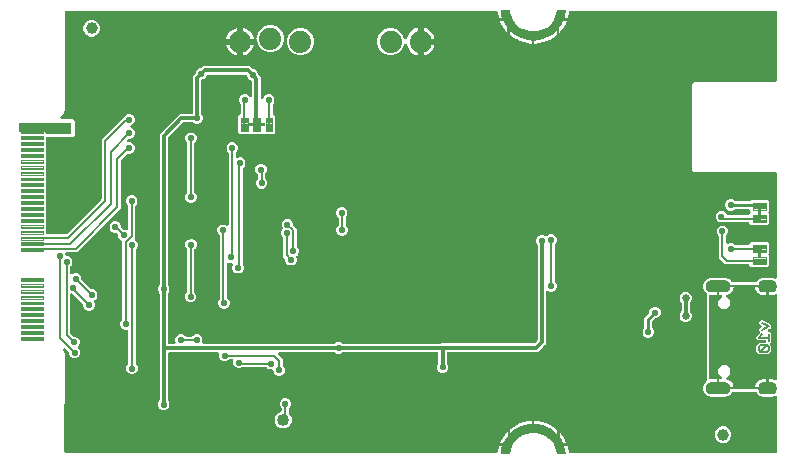
<source format=gbl>
G04 EAGLE Gerber RS-274X export*
G75*
%MOMM*%
%FSLAX34Y34*%
%LPD*%
%INBottom Copper*%
%IPPOS*%
%AMOC8*
5,1,8,0,0,1.08239X$1,22.5*%
G01*
%ADD10C,0.152400*%
%ADD11C,0.099059*%
%ADD12C,0.654000*%
%ADD13C,1.016000*%
%ADD14C,1.000000*%
%ADD15C,0.101500*%
%ADD16C,0.609600*%
%ADD17C,0.203200*%
%ADD18C,1.879600*%
%ADD19C,0.558800*%
%ADD20C,0.304800*%
%ADD21C,0.254000*%
%ADD22C,0.635000*%

G36*
X467044Y373921D02*
X467044Y373921D01*
X467052Y373947D01*
X467746Y377958D01*
X467741Y377996D01*
X467747Y378033D01*
X467734Y378064D01*
X467730Y378096D01*
X467706Y378126D01*
X467690Y378161D01*
X467663Y378179D01*
X467642Y378205D01*
X467605Y378217D01*
X467574Y378238D01*
X467516Y378247D01*
X467509Y378249D01*
X467506Y378248D01*
X467500Y378249D01*
X460000Y378249D01*
X459935Y378230D01*
X459868Y378211D01*
X459867Y378210D01*
X459866Y378210D01*
X459820Y378157D01*
X459775Y378107D01*
X459774Y378106D01*
X459774Y378105D01*
X459773Y378102D01*
X459753Y378036D01*
X459330Y375138D01*
X458464Y372360D01*
X457174Y369752D01*
X455492Y367378D01*
X453460Y365296D01*
X451127Y363558D01*
X448550Y362206D01*
X445794Y361274D01*
X442926Y360784D01*
X440000Y360749D01*
X437074Y360784D01*
X434206Y361274D01*
X431450Y362206D01*
X428873Y363558D01*
X426540Y365296D01*
X424508Y367378D01*
X422826Y369752D01*
X421536Y372360D01*
X420670Y375138D01*
X420622Y375466D01*
X420549Y375964D01*
X420549Y375965D01*
X420367Y377211D01*
X420294Y377709D01*
X420247Y378036D01*
X420219Y378096D01*
X420190Y378161D01*
X420189Y378162D01*
X420188Y378163D01*
X420131Y378200D01*
X420074Y378238D01*
X420072Y378238D01*
X420071Y378239D01*
X420068Y378239D01*
X420000Y378249D01*
X412500Y378249D01*
X412462Y378238D01*
X412423Y378237D01*
X412397Y378219D01*
X412366Y378210D01*
X412340Y378181D01*
X412308Y378159D01*
X412295Y378129D01*
X412274Y378105D01*
X412268Y378066D01*
X412253Y378030D01*
X412254Y377974D01*
X412253Y377967D01*
X412254Y377963D01*
X412255Y377956D01*
X412975Y373958D01*
X412979Y373949D01*
X412984Y373923D01*
X413706Y371769D01*
X410952Y371769D01*
X410557Y372989D01*
X410548Y373035D01*
X409893Y376117D01*
X409819Y376815D01*
X409807Y376867D01*
X409804Y376919D01*
X409771Y377021D01*
X409746Y377125D01*
X409722Y377172D01*
X409706Y377221D01*
X409648Y377312D01*
X409599Y377407D01*
X409564Y377446D01*
X409536Y377490D01*
X409458Y377563D01*
X409386Y377643D01*
X409342Y377672D01*
X409304Y377708D01*
X409210Y377760D01*
X409121Y377819D01*
X409071Y377836D01*
X409025Y377862D01*
X408922Y377888D01*
X408821Y377924D01*
X408768Y377928D01*
X408717Y377941D01*
X408557Y377951D01*
X44318Y377951D01*
X44200Y377936D01*
X44081Y377929D01*
X44043Y377916D01*
X44002Y377911D01*
X43892Y377868D01*
X43779Y377831D01*
X43744Y377809D01*
X43707Y377794D01*
X43611Y377725D01*
X43510Y377661D01*
X43482Y377631D01*
X43449Y377608D01*
X43373Y377516D01*
X43292Y377429D01*
X43272Y377394D01*
X43247Y377363D01*
X43196Y377255D01*
X43138Y377151D01*
X43128Y377111D01*
X43111Y377075D01*
X43089Y376958D01*
X43059Y376843D01*
X43055Y376783D01*
X43051Y376763D01*
X43053Y376742D01*
X43049Y376682D01*
X43049Y296090D01*
X43055Y296042D01*
X43052Y295993D01*
X43075Y295885D01*
X43089Y295775D01*
X43107Y295730D01*
X43116Y295682D01*
X43148Y295618D01*
X43053Y294429D01*
X43054Y294407D01*
X43049Y294328D01*
X43049Y293146D01*
X43039Y293132D01*
X43003Y293028D01*
X42959Y292926D01*
X42951Y292878D01*
X42936Y292832D01*
X42913Y292672D01*
X42877Y292221D01*
X42155Y291088D01*
X42154Y291088D01*
X40682Y288776D01*
X40204Y288505D01*
X40084Y288415D01*
X39962Y288327D01*
X39956Y288320D01*
X39949Y288315D01*
X39855Y288198D01*
X39759Y288082D01*
X39755Y288074D01*
X39750Y288067D01*
X39687Y287929D01*
X39624Y287794D01*
X39622Y287785D01*
X39618Y287778D01*
X39592Y287629D01*
X39564Y287481D01*
X39564Y287473D01*
X39563Y287464D01*
X39574Y287315D01*
X39584Y287164D01*
X39586Y287156D01*
X39587Y287147D01*
X39635Y287005D01*
X39682Y286862D01*
X39686Y286854D01*
X39689Y286846D01*
X39771Y286720D01*
X39852Y286593D01*
X39858Y286587D01*
X39863Y286580D01*
X39973Y286479D01*
X40083Y286375D01*
X40091Y286371D01*
X40097Y286365D01*
X40230Y286294D01*
X40362Y286221D01*
X40370Y286219D01*
X40378Y286215D01*
X40524Y286179D01*
X40670Y286142D01*
X40681Y286141D01*
X40687Y286140D01*
X40700Y286140D01*
X40830Y286132D01*
X49786Y286132D01*
X51944Y283974D01*
X51944Y273048D01*
X49786Y270890D01*
X28302Y270890D01*
X28184Y270875D01*
X28065Y270868D01*
X28027Y270855D01*
X27986Y270850D01*
X27876Y270807D01*
X27763Y270770D01*
X27728Y270748D01*
X27691Y270733D01*
X27595Y270664D01*
X27494Y270600D01*
X27466Y270570D01*
X27433Y270547D01*
X27357Y270455D01*
X27276Y270368D01*
X27256Y270333D01*
X27231Y270302D01*
X27180Y270194D01*
X27122Y270090D01*
X27112Y270050D01*
X27095Y270014D01*
X27073Y269897D01*
X27043Y269782D01*
X27039Y269722D01*
X27035Y269702D01*
X27037Y269681D01*
X27033Y269621D01*
X27033Y189818D01*
X27048Y189700D01*
X27055Y189581D01*
X27068Y189543D01*
X27073Y189502D01*
X27116Y189392D01*
X27153Y189279D01*
X27175Y189244D01*
X27190Y189207D01*
X27260Y189110D01*
X27323Y189010D01*
X27353Y188982D01*
X27376Y188949D01*
X27468Y188873D01*
X27555Y188792D01*
X27590Y188772D01*
X27621Y188747D01*
X27729Y188696D01*
X27833Y188638D01*
X27873Y188628D01*
X27909Y188611D01*
X28026Y188589D01*
X28141Y188559D01*
X28201Y188555D01*
X28221Y188551D01*
X28242Y188553D01*
X28302Y188549D01*
X44011Y188549D01*
X44110Y188561D01*
X44209Y188564D01*
X44267Y188581D01*
X44327Y188589D01*
X44419Y188625D01*
X44514Y188653D01*
X44566Y188683D01*
X44623Y188706D01*
X44703Y188764D01*
X44788Y188814D01*
X44863Y188880D01*
X44880Y188892D01*
X44888Y188902D01*
X44909Y188920D01*
X74050Y218061D01*
X74110Y218139D01*
X74178Y218211D01*
X74207Y218264D01*
X74244Y218312D01*
X74284Y218403D01*
X74332Y218490D01*
X74347Y218549D01*
X74371Y218604D01*
X74386Y218702D01*
X74411Y218798D01*
X74417Y218898D01*
X74421Y218918D01*
X74419Y218930D01*
X74421Y218959D01*
X74421Y269233D01*
X94237Y289048D01*
X94264Y289064D01*
X94339Y289130D01*
X94356Y289142D01*
X94363Y289152D01*
X94384Y289170D01*
X95056Y289842D01*
X96830Y290577D01*
X98750Y290577D01*
X100524Y289842D01*
X101882Y288484D01*
X102617Y286710D01*
X102617Y284790D01*
X101882Y283016D01*
X100524Y281658D01*
X99437Y281208D01*
X99316Y281139D01*
X99193Y281074D01*
X99178Y281060D01*
X99160Y281050D01*
X99061Y280954D01*
X98958Y280860D01*
X98946Y280843D01*
X98932Y280829D01*
X98859Y280710D01*
X98783Y280594D01*
X98776Y280575D01*
X98766Y280558D01*
X98725Y280425D01*
X98680Y280293D01*
X98678Y280273D01*
X98672Y280254D01*
X98665Y280115D01*
X98654Y279976D01*
X98658Y279956D01*
X98657Y279936D01*
X98685Y279800D01*
X98709Y279663D01*
X98717Y279644D01*
X98721Y279625D01*
X98782Y279500D01*
X98839Y279373D01*
X98852Y279357D01*
X98861Y279339D01*
X98951Y279233D01*
X99038Y279125D01*
X99054Y279112D01*
X99067Y279097D01*
X99181Y279017D01*
X99292Y278933D01*
X99317Y278921D01*
X99327Y278914D01*
X99346Y278907D01*
X99437Y278862D01*
X100524Y278412D01*
X101882Y277054D01*
X102617Y275280D01*
X102617Y273360D01*
X101882Y271586D01*
X100524Y270228D01*
X98750Y269493D01*
X97801Y269493D01*
X97702Y269481D01*
X97603Y269478D01*
X97545Y269461D01*
X97485Y269453D01*
X97393Y269417D01*
X97298Y269389D01*
X97246Y269359D01*
X97189Y269336D01*
X97109Y269278D01*
X97024Y269228D01*
X96949Y269162D01*
X96932Y269150D01*
X96924Y269140D01*
X96903Y269122D01*
X96395Y268614D01*
X96310Y268504D01*
X96221Y268397D01*
X96213Y268378D01*
X96200Y268362D01*
X96145Y268234D01*
X96086Y268109D01*
X96082Y268089D01*
X96074Y268070D01*
X96052Y267932D01*
X96026Y267796D01*
X96027Y267776D01*
X96024Y267756D01*
X96037Y267617D01*
X96046Y267479D01*
X96052Y267460D01*
X96054Y267440D01*
X96101Y267309D01*
X96144Y267177D01*
X96154Y267159D01*
X96161Y267140D01*
X96239Y267026D01*
X96314Y266908D01*
X96329Y266894D01*
X96340Y266877D01*
X96444Y266785D01*
X96545Y266690D01*
X96563Y266680D01*
X96578Y266667D01*
X96702Y266604D01*
X96824Y266536D01*
X96843Y266531D01*
X96862Y266522D01*
X96998Y266492D01*
X97132Y266457D01*
X97160Y266455D01*
X97172Y266452D01*
X97192Y266453D01*
X97293Y266447D01*
X98750Y266447D01*
X100524Y265712D01*
X101882Y264354D01*
X102617Y262580D01*
X102617Y260660D01*
X101882Y258886D01*
X100524Y257528D01*
X98750Y256793D01*
X96728Y256793D01*
X96724Y256794D01*
X96694Y256795D01*
X96665Y256801D01*
X96536Y256797D01*
X96406Y256799D01*
X96377Y256793D01*
X96347Y256792D01*
X96223Y256756D01*
X96097Y256726D01*
X96070Y256712D01*
X96042Y256703D01*
X95930Y256637D01*
X95816Y256577D01*
X95793Y256557D01*
X95768Y256542D01*
X95647Y256435D01*
X91050Y251839D01*
X90990Y251761D01*
X90922Y251689D01*
X90893Y251636D01*
X90856Y251588D01*
X90816Y251497D01*
X90768Y251410D01*
X90753Y251351D01*
X90729Y251296D01*
X90714Y251198D01*
X90689Y251102D01*
X90683Y251002D01*
X90679Y250982D01*
X90681Y250969D01*
X90679Y250941D01*
X90679Y210378D01*
X53716Y173415D01*
X44858Y173415D01*
X44808Y173409D01*
X44759Y173411D01*
X44651Y173389D01*
X44542Y173375D01*
X44496Y173357D01*
X44447Y173347D01*
X44349Y173299D01*
X44247Y173258D01*
X44206Y173229D01*
X44162Y173207D01*
X44078Y173136D01*
X43989Y173072D01*
X43958Y173033D01*
X43920Y173001D01*
X43857Y172911D01*
X43786Y172827D01*
X43765Y172782D01*
X43737Y172741D01*
X43698Y172638D01*
X43651Y172539D01*
X43642Y172490D01*
X43624Y172444D01*
X43612Y172334D01*
X43591Y172227D01*
X43594Y172177D01*
X43589Y172128D01*
X43604Y172019D01*
X43611Y171909D01*
X43626Y171862D01*
X43633Y171813D01*
X43685Y171660D01*
X43727Y171560D01*
X43727Y171296D01*
X43742Y171178D01*
X43749Y171059D01*
X43762Y171021D01*
X43767Y170980D01*
X43810Y170870D01*
X43847Y170757D01*
X43869Y170722D01*
X43884Y170685D01*
X43953Y170589D01*
X44017Y170488D01*
X44047Y170460D01*
X44070Y170427D01*
X44162Y170351D01*
X44249Y170270D01*
X44284Y170250D01*
X44315Y170225D01*
X44423Y170174D01*
X44527Y170116D01*
X44567Y170106D01*
X44603Y170089D01*
X44720Y170067D01*
X44835Y170037D01*
X44895Y170033D01*
X44915Y170029D01*
X44936Y170031D01*
X44996Y170027D01*
X45860Y170027D01*
X47634Y169292D01*
X48992Y167934D01*
X49727Y166160D01*
X49727Y164240D01*
X48992Y162466D01*
X48120Y161594D01*
X48060Y161516D01*
X47992Y161444D01*
X47963Y161391D01*
X47926Y161343D01*
X47886Y161252D01*
X47838Y161166D01*
X47823Y161107D01*
X47799Y161051D01*
X47784Y160953D01*
X47759Y160858D01*
X47753Y160758D01*
X47749Y160737D01*
X47751Y160725D01*
X47749Y160697D01*
X47749Y155939D01*
X47766Y155801D01*
X47779Y155662D01*
X47786Y155643D01*
X47789Y155623D01*
X47840Y155494D01*
X47887Y155363D01*
X47898Y155346D01*
X47906Y155328D01*
X47987Y155215D01*
X48066Y155100D01*
X48081Y155087D01*
X48092Y155070D01*
X48200Y154981D01*
X48304Y154889D01*
X48322Y154880D01*
X48337Y154868D01*
X48463Y154808D01*
X48588Y154745D01*
X48607Y154741D01*
X48625Y154732D01*
X48762Y154706D01*
X48898Y154675D01*
X48918Y154676D01*
X48937Y154672D01*
X49077Y154681D01*
X49216Y154685D01*
X49235Y154691D01*
X49255Y154692D01*
X49387Y154735D01*
X49521Y154774D01*
X49539Y154784D01*
X49557Y154790D01*
X49628Y154835D01*
X51540Y155627D01*
X53460Y155627D01*
X55234Y154892D01*
X56592Y153534D01*
X57327Y151760D01*
X57327Y150811D01*
X57339Y150712D01*
X57342Y150613D01*
X57359Y150555D01*
X57367Y150495D01*
X57403Y150403D01*
X57431Y150308D01*
X57461Y150256D01*
X57484Y150199D01*
X57542Y150119D01*
X57592Y150034D01*
X57638Y149982D01*
X57638Y149981D01*
X57658Y149959D01*
X57670Y149942D01*
X57680Y149934D01*
X57698Y149913D01*
X65253Y142358D01*
X65331Y142298D01*
X65403Y142230D01*
X65456Y142201D01*
X65504Y142164D01*
X65595Y142124D01*
X65682Y142076D01*
X65741Y142061D01*
X65796Y142037D01*
X65894Y142022D01*
X65990Y141997D01*
X66090Y141991D01*
X66110Y141987D01*
X66123Y141989D01*
X66151Y141987D01*
X67000Y141987D01*
X68774Y141252D01*
X70132Y139894D01*
X70867Y138120D01*
X70867Y136200D01*
X70132Y134426D01*
X68774Y133068D01*
X68451Y132934D01*
X68347Y132875D01*
X68241Y132823D01*
X68210Y132797D01*
X68175Y132777D01*
X68089Y132694D01*
X67999Y132617D01*
X67975Y132584D01*
X67946Y132555D01*
X67884Y132454D01*
X67815Y132357D01*
X67801Y132319D01*
X67780Y132284D01*
X67745Y132170D01*
X67738Y132151D01*
X67734Y132144D01*
X67733Y132140D01*
X67703Y132059D01*
X67698Y132019D01*
X67686Y131980D01*
X67681Y131866D01*
X67674Y131831D01*
X67675Y131814D01*
X67668Y131743D01*
X67673Y131703D01*
X67671Y131663D01*
X67691Y131568D01*
X67694Y131514D01*
X67704Y131483D01*
X67712Y131428D01*
X67731Y131371D01*
X67736Y131351D01*
X67745Y131333D01*
X67764Y131276D01*
X68417Y129700D01*
X68417Y127780D01*
X67682Y126006D01*
X66324Y124648D01*
X64550Y123913D01*
X62630Y123913D01*
X60856Y124648D01*
X59498Y126006D01*
X58763Y127780D01*
X58763Y129129D01*
X58751Y129228D01*
X58748Y129327D01*
X58731Y129385D01*
X58723Y129445D01*
X58687Y129537D01*
X58659Y129632D01*
X58629Y129684D01*
X58606Y129741D01*
X58548Y129821D01*
X58498Y129906D01*
X58432Y129981D01*
X58420Y129998D01*
X58410Y130006D01*
X58392Y130027D01*
X50207Y138212D01*
X50129Y138272D01*
X50057Y138340D01*
X50004Y138369D01*
X49956Y138406D01*
X49865Y138446D01*
X49778Y138494D01*
X49719Y138509D01*
X49664Y138533D01*
X49566Y138548D01*
X49470Y138573D01*
X49370Y138579D01*
X49350Y138583D01*
X49337Y138581D01*
X49309Y138583D01*
X49018Y138583D01*
X48900Y138568D01*
X48781Y138561D01*
X48743Y138548D01*
X48702Y138543D01*
X48592Y138500D01*
X48479Y138463D01*
X48444Y138441D01*
X48407Y138426D01*
X48311Y138357D01*
X48210Y138293D01*
X48182Y138263D01*
X48149Y138240D01*
X48073Y138148D01*
X47992Y138061D01*
X47972Y138026D01*
X47947Y137995D01*
X47896Y137887D01*
X47838Y137783D01*
X47828Y137743D01*
X47811Y137707D01*
X47789Y137590D01*
X47759Y137475D01*
X47755Y137415D01*
X47751Y137395D01*
X47753Y137374D01*
X47749Y137314D01*
X47749Y105189D01*
X47761Y105090D01*
X47764Y104991D01*
X47781Y104933D01*
X47789Y104873D01*
X47825Y104781D01*
X47853Y104686D01*
X47883Y104634D01*
X47906Y104577D01*
X47964Y104497D01*
X48014Y104412D01*
X48080Y104337D01*
X48092Y104320D01*
X48102Y104312D01*
X48120Y104291D01*
X50013Y102398D01*
X50091Y102338D01*
X50163Y102270D01*
X50216Y102241D01*
X50264Y102204D01*
X50355Y102164D01*
X50442Y102116D01*
X50501Y102101D01*
X50556Y102077D01*
X50654Y102062D01*
X50750Y102037D01*
X50850Y102031D01*
X50870Y102027D01*
X50883Y102029D01*
X50911Y102027D01*
X51860Y102027D01*
X53634Y101292D01*
X54992Y99934D01*
X55727Y98160D01*
X55727Y96240D01*
X54992Y94466D01*
X54624Y94098D01*
X54551Y94003D01*
X54472Y93914D01*
X54453Y93878D01*
X54429Y93846D01*
X54381Y93737D01*
X54327Y93631D01*
X54318Y93592D01*
X54302Y93554D01*
X54284Y93437D01*
X54258Y93321D01*
X54259Y93280D01*
X54252Y93240D01*
X54264Y93122D01*
X54267Y93003D01*
X54278Y92964D01*
X54282Y92924D01*
X54322Y92812D01*
X54356Y92697D01*
X54376Y92662D01*
X54390Y92624D01*
X54457Y92526D01*
X54517Y92423D01*
X54557Y92378D01*
X54568Y92361D01*
X54584Y92348D01*
X54624Y92303D01*
X55692Y91234D01*
X56427Y89460D01*
X56427Y87540D01*
X55692Y85766D01*
X54334Y84408D01*
X52560Y83673D01*
X50640Y83673D01*
X48866Y84408D01*
X47508Y85766D01*
X46773Y87540D01*
X46773Y88489D01*
X46761Y88588D01*
X46758Y88687D01*
X46741Y88745D01*
X46733Y88805D01*
X46697Y88897D01*
X46669Y88992D01*
X46639Y89044D01*
X46616Y89101D01*
X46558Y89181D01*
X46508Y89266D01*
X46442Y89341D01*
X46430Y89358D01*
X46420Y89366D01*
X46402Y89387D01*
X43871Y91918D01*
X43856Y91929D01*
X43844Y91944D01*
X43730Y92027D01*
X43620Y92113D01*
X43602Y92120D01*
X43587Y92131D01*
X43456Y92183D01*
X43328Y92239D01*
X43309Y92242D01*
X43291Y92249D01*
X43153Y92267D01*
X43014Y92289D01*
X42995Y92287D01*
X42976Y92289D01*
X42837Y92272D01*
X42697Y92259D01*
X42679Y92252D01*
X42660Y92250D01*
X42530Y92199D01*
X42398Y92151D01*
X42382Y92141D01*
X42364Y92134D01*
X42251Y92051D01*
X42135Y91973D01*
X42122Y91958D01*
X42107Y91947D01*
X42017Y91840D01*
X41924Y91734D01*
X41915Y91717D01*
X41903Y91703D01*
X41843Y91576D01*
X41780Y91451D01*
X41775Y91433D01*
X41767Y91415D01*
X41741Y91277D01*
X41710Y91141D01*
X41710Y91122D01*
X41707Y91103D01*
X41715Y90963D01*
X41720Y90823D01*
X41725Y90805D01*
X41726Y90786D01*
X41769Y90652D01*
X41808Y90517D01*
X41818Y90501D01*
X41823Y90483D01*
X41901Y90342D01*
X42898Y88765D01*
X42929Y88316D01*
X42940Y88264D01*
X42941Y88211D01*
X42970Y88108D01*
X42991Y88004D01*
X43014Y87956D01*
X43029Y87905D01*
X43053Y87864D01*
X43049Y86648D01*
X43052Y86626D01*
X43052Y86556D01*
X43136Y85354D01*
X43135Y85352D01*
X43108Y85249D01*
X43073Y85149D01*
X43068Y85096D01*
X43055Y85044D01*
X43044Y84884D01*
X42807Y4830D01*
X42822Y4710D01*
X42830Y4589D01*
X42842Y4552D01*
X42846Y4514D01*
X42891Y4401D01*
X42928Y4287D01*
X42948Y4254D01*
X42963Y4218D01*
X43033Y4120D01*
X43098Y4018D01*
X43126Y3991D01*
X43149Y3960D01*
X43242Y3883D01*
X43330Y3800D01*
X43363Y3781D01*
X43393Y3757D01*
X43502Y3705D01*
X43608Y3646D01*
X43645Y3637D01*
X43680Y3620D01*
X43799Y3597D01*
X43916Y3567D01*
X43973Y3563D01*
X43992Y3560D01*
X44013Y3561D01*
X44077Y3557D01*
X408599Y3557D01*
X408656Y3564D01*
X408714Y3562D01*
X408814Y3584D01*
X408915Y3597D01*
X408968Y3618D01*
X409024Y3630D01*
X409116Y3676D01*
X409211Y3714D01*
X409257Y3747D01*
X409308Y3773D01*
X409385Y3840D01*
X409468Y3900D01*
X409505Y3945D01*
X409548Y3982D01*
X409606Y4067D01*
X409671Y4145D01*
X409695Y4197D01*
X409728Y4245D01*
X409763Y4341D01*
X409806Y4433D01*
X409817Y4489D01*
X409837Y4543D01*
X409863Y4702D01*
X409879Y4867D01*
X410522Y7999D01*
X410524Y8008D01*
X410913Y9231D01*
X413662Y9231D01*
X412957Y7089D01*
X412956Y7079D01*
X412948Y7053D01*
X412254Y3042D01*
X412259Y3004D01*
X412253Y2967D01*
X412266Y2936D01*
X412270Y2904D01*
X412294Y2874D01*
X412310Y2839D01*
X412337Y2821D01*
X412358Y2795D01*
X412395Y2783D01*
X412427Y2762D01*
X412484Y2753D01*
X412491Y2751D01*
X412494Y2752D01*
X412500Y2751D01*
X420000Y2751D01*
X420065Y2770D01*
X420132Y2789D01*
X420133Y2790D01*
X420134Y2790D01*
X420180Y2843D01*
X420225Y2893D01*
X420226Y2895D01*
X420227Y2898D01*
X420247Y2964D01*
X420670Y5862D01*
X421536Y8640D01*
X422826Y11248D01*
X424508Y13622D01*
X426540Y15704D01*
X428873Y17442D01*
X431450Y18794D01*
X434206Y19726D01*
X437074Y20216D01*
X440000Y20251D01*
X442926Y20216D01*
X445794Y19726D01*
X448550Y18794D01*
X451127Y17442D01*
X453460Y15704D01*
X455492Y13622D01*
X457174Y11248D01*
X458464Y8640D01*
X459330Y5862D01*
X459462Y4961D01*
X459534Y4462D01*
X459607Y3964D01*
X459680Y3465D01*
X459753Y2964D01*
X459781Y2903D01*
X459810Y2839D01*
X459811Y2838D01*
X459812Y2837D01*
X459869Y2800D01*
X459927Y2762D01*
X459928Y2762D01*
X459929Y2761D01*
X459932Y2761D01*
X460000Y2751D01*
X467500Y2751D01*
X467538Y2762D01*
X467577Y2763D01*
X467603Y2781D01*
X467634Y2790D01*
X467660Y2819D01*
X467692Y2841D01*
X467705Y2871D01*
X467726Y2895D01*
X467732Y2934D01*
X467747Y2970D01*
X467746Y3026D01*
X467747Y3033D01*
X467746Y3037D01*
X467745Y3044D01*
X467025Y7042D01*
X467021Y7051D01*
X467016Y7077D01*
X466294Y9231D01*
X469047Y9231D01*
X469443Y8010D01*
X470107Y4884D01*
X470127Y4692D01*
X470139Y4641D01*
X470143Y4589D01*
X470176Y4487D01*
X470200Y4383D01*
X470224Y4336D01*
X470241Y4287D01*
X470298Y4196D01*
X470348Y4101D01*
X470383Y4062D01*
X470411Y4018D01*
X470489Y3944D01*
X470560Y3865D01*
X470604Y3836D01*
X470642Y3800D01*
X470736Y3748D01*
X470825Y3689D01*
X470875Y3672D01*
X470921Y3646D01*
X471025Y3620D01*
X471126Y3584D01*
X471178Y3580D01*
X471229Y3567D01*
X471389Y3557D01*
X644906Y3557D01*
X645024Y3572D01*
X645143Y3579D01*
X645181Y3592D01*
X645222Y3597D01*
X645332Y3640D01*
X645445Y3677D01*
X645480Y3699D01*
X645517Y3714D01*
X645613Y3783D01*
X645714Y3847D01*
X645742Y3877D01*
X645775Y3900D01*
X645851Y3992D01*
X645932Y4079D01*
X645952Y4114D01*
X645977Y4145D01*
X646028Y4253D01*
X646086Y4357D01*
X646096Y4397D01*
X646113Y4433D01*
X646135Y4550D01*
X646165Y4665D01*
X646169Y4725D01*
X646173Y4745D01*
X646171Y4766D01*
X646175Y4826D01*
X646175Y50902D01*
X646174Y50916D01*
X646175Y50930D01*
X646154Y51074D01*
X646135Y51218D01*
X646130Y51231D01*
X646128Y51245D01*
X646072Y51379D01*
X646018Y51514D01*
X646010Y51525D01*
X646005Y51538D01*
X645917Y51653D01*
X645832Y51771D01*
X645821Y51780D01*
X645812Y51791D01*
X645699Y51881D01*
X645587Y51974D01*
X645574Y51980D01*
X645563Y51988D01*
X645430Y52047D01*
X645299Y52109D01*
X645285Y52112D01*
X645272Y52118D01*
X645129Y52142D01*
X644987Y52169D01*
X644973Y52168D01*
X644959Y52170D01*
X644814Y52158D01*
X644669Y52149D01*
X644656Y52145D01*
X644642Y52144D01*
X644487Y52100D01*
X644412Y52074D01*
X644356Y52046D01*
X644297Y52028D01*
X644156Y51951D01*
X643587Y51593D01*
X642919Y51518D01*
X642859Y51503D01*
X642797Y51498D01*
X642642Y51455D01*
X642202Y51301D01*
X642170Y51285D01*
X642152Y51280D01*
X642055Y51313D01*
X642010Y51316D01*
X641967Y51327D01*
X641806Y51337D01*
X641386Y51337D01*
X641373Y51336D01*
X641244Y51329D01*
X640498Y51245D01*
X640494Y51248D01*
X640367Y51280D01*
X640241Y51319D01*
X640213Y51320D01*
X640186Y51327D01*
X640025Y51337D01*
X636371Y51337D01*
X636343Y51334D01*
X636315Y51336D01*
X636186Y51314D01*
X636055Y51297D01*
X636029Y51287D01*
X636002Y51282D01*
X635914Y51243D01*
X635152Y51329D01*
X635138Y51329D01*
X635010Y51337D01*
X634590Y51337D01*
X634546Y51332D01*
X634500Y51334D01*
X634388Y51312D01*
X634275Y51297D01*
X634237Y51283D01*
X634194Y51301D01*
X633754Y51455D01*
X633693Y51468D01*
X633635Y51490D01*
X633477Y51518D01*
X632809Y51593D01*
X632240Y51951D01*
X632184Y51977D01*
X632133Y52011D01*
X631984Y52074D01*
X631350Y52296D01*
X630875Y52771D01*
X630826Y52809D01*
X630783Y52854D01*
X630653Y52948D01*
X630084Y53306D01*
X629726Y53875D01*
X629687Y53923D01*
X629656Y53976D01*
X629549Y54097D01*
X629061Y54585D01*
X629043Y54641D01*
X628992Y54721D01*
X628950Y54806D01*
X628907Y54855D01*
X628872Y54910D01*
X628804Y54975D01*
X628742Y55046D01*
X628688Y55083D01*
X628641Y55128D01*
X628558Y55174D01*
X628480Y55228D01*
X628419Y55250D01*
X628362Y55282D01*
X628271Y55305D01*
X628182Y55338D01*
X628117Y55345D01*
X628054Y55361D01*
X627894Y55371D01*
X609202Y55371D01*
X609138Y55363D01*
X609073Y55365D01*
X608980Y55343D01*
X608887Y55331D01*
X608826Y55307D01*
X608763Y55293D01*
X608679Y55249D01*
X608591Y55214D01*
X608538Y55176D01*
X608481Y55146D01*
X608410Y55083D01*
X608334Y55028D01*
X608292Y54977D01*
X608244Y54934D01*
X608191Y54855D01*
X608131Y54783D01*
X608103Y54724D01*
X608067Y54670D01*
X608028Y54578D01*
X607547Y54097D01*
X607509Y54048D01*
X607464Y54005D01*
X607370Y53875D01*
X607012Y53306D01*
X606443Y52948D01*
X606395Y52909D01*
X606342Y52878D01*
X606221Y52771D01*
X605746Y52296D01*
X605112Y52074D01*
X605056Y52046D01*
X604997Y52028D01*
X604856Y51951D01*
X604287Y51593D01*
X603619Y51518D01*
X603559Y51503D01*
X603497Y51498D01*
X603342Y51455D01*
X602902Y51301D01*
X602870Y51285D01*
X602852Y51280D01*
X602755Y51313D01*
X602710Y51316D01*
X602667Y51327D01*
X602506Y51337D01*
X602086Y51337D01*
X602073Y51336D01*
X601944Y51329D01*
X601198Y51245D01*
X601194Y51248D01*
X601067Y51280D01*
X600941Y51319D01*
X600913Y51320D01*
X600886Y51327D01*
X600725Y51337D01*
X592071Y51337D01*
X592043Y51334D01*
X592015Y51336D01*
X591886Y51314D01*
X591755Y51297D01*
X591729Y51287D01*
X591702Y51282D01*
X591614Y51243D01*
X590852Y51329D01*
X590838Y51329D01*
X590710Y51337D01*
X590290Y51337D01*
X590246Y51332D01*
X590200Y51334D01*
X590088Y51312D01*
X589975Y51297D01*
X589937Y51283D01*
X589894Y51301D01*
X589454Y51455D01*
X589393Y51468D01*
X589335Y51490D01*
X589177Y51518D01*
X588509Y51593D01*
X587940Y51951D01*
X587884Y51977D01*
X587832Y52011D01*
X587684Y52074D01*
X587050Y52296D01*
X586575Y52771D01*
X586526Y52809D01*
X586483Y52854D01*
X586353Y52948D01*
X585784Y53306D01*
X585426Y53875D01*
X585387Y53923D01*
X585356Y53976D01*
X585249Y54097D01*
X584774Y54572D01*
X584552Y55206D01*
X584524Y55262D01*
X584506Y55321D01*
X584429Y55462D01*
X584071Y56031D01*
X583996Y56699D01*
X583981Y56759D01*
X583976Y56821D01*
X583933Y56976D01*
X583711Y57610D01*
X583786Y58278D01*
X583785Y58340D01*
X583794Y58401D01*
X583786Y58562D01*
X583711Y59230D01*
X583933Y59864D01*
X583946Y59925D01*
X583968Y59983D01*
X583996Y60141D01*
X584071Y60809D01*
X584356Y61262D01*
X584429Y61378D01*
X584455Y61434D01*
X584489Y61486D01*
X584552Y61634D01*
X584774Y62268D01*
X585249Y62743D01*
X585287Y62792D01*
X585332Y62835D01*
X585426Y62965D01*
X585784Y63534D01*
X586145Y63761D01*
X586209Y63813D01*
X586278Y63857D01*
X586331Y63914D01*
X586391Y63963D01*
X586440Y64029D01*
X586496Y64089D01*
X586534Y64157D01*
X586579Y64219D01*
X586610Y64296D01*
X586650Y64367D01*
X586669Y64443D01*
X586698Y64515D01*
X586709Y64596D01*
X586729Y64675D01*
X586739Y64824D01*
X586739Y64830D01*
X586739Y64832D01*
X586739Y64836D01*
X586739Y138364D01*
X586729Y138445D01*
X586729Y138527D01*
X586709Y138603D01*
X586699Y138679D01*
X586669Y138756D01*
X586649Y138835D01*
X586611Y138903D01*
X586582Y138975D01*
X586534Y139041D01*
X586494Y139113D01*
X586441Y139170D01*
X586396Y139232D01*
X586332Y139285D01*
X586276Y139344D01*
X586155Y139432D01*
X586151Y139435D01*
X586149Y139436D01*
X586145Y139439D01*
X585784Y139666D01*
X585426Y140235D01*
X585387Y140283D01*
X585356Y140336D01*
X585249Y140457D01*
X584774Y140932D01*
X584552Y141566D01*
X584524Y141622D01*
X584506Y141681D01*
X584429Y141822D01*
X584071Y142391D01*
X583996Y143059D01*
X583981Y143119D01*
X583976Y143181D01*
X583933Y143336D01*
X583711Y143970D01*
X583786Y144638D01*
X583785Y144700D01*
X583794Y144761D01*
X583786Y144922D01*
X583711Y145590D01*
X583933Y146224D01*
X583946Y146285D01*
X583968Y146343D01*
X583996Y146501D01*
X584071Y147169D01*
X584324Y147571D01*
X584429Y147738D01*
X584455Y147794D01*
X584489Y147846D01*
X584552Y147994D01*
X584774Y148628D01*
X585249Y149103D01*
X585287Y149152D01*
X585332Y149195D01*
X585426Y149325D01*
X585784Y149894D01*
X586353Y150252D01*
X586401Y150291D01*
X586454Y150322D01*
X586575Y150429D01*
X587050Y150904D01*
X587684Y151126D01*
X587740Y151154D01*
X587799Y151172D01*
X587940Y151249D01*
X588509Y151607D01*
X589177Y151682D01*
X589237Y151697D01*
X589299Y151702D01*
X589454Y151745D01*
X589894Y151899D01*
X589926Y151915D01*
X589944Y151920D01*
X590041Y151887D01*
X590086Y151884D01*
X590129Y151873D01*
X590290Y151863D01*
X590710Y151863D01*
X590723Y151864D01*
X590852Y151871D01*
X591598Y151955D01*
X591602Y151952D01*
X591729Y151920D01*
X591855Y151881D01*
X591883Y151880D01*
X591910Y151873D01*
X592071Y151863D01*
X600725Y151863D01*
X600753Y151866D01*
X600781Y151864D01*
X600910Y151886D01*
X601041Y151903D01*
X601067Y151913D01*
X601094Y151918D01*
X601182Y151957D01*
X601944Y151871D01*
X601958Y151871D01*
X602086Y151863D01*
X602506Y151863D01*
X602550Y151868D01*
X602596Y151866D01*
X602708Y151888D01*
X602821Y151903D01*
X602859Y151917D01*
X602902Y151899D01*
X603342Y151745D01*
X603403Y151732D01*
X603461Y151710D01*
X603619Y151682D01*
X604287Y151607D01*
X604856Y151249D01*
X604912Y151223D01*
X604964Y151189D01*
X605112Y151126D01*
X605746Y150904D01*
X606221Y150429D01*
X606270Y150391D01*
X606313Y150346D01*
X606443Y150252D01*
X607012Y149894D01*
X607370Y149325D01*
X607409Y149277D01*
X607440Y149224D01*
X607547Y149103D01*
X608153Y148497D01*
X608258Y148416D01*
X608260Y148414D01*
X608265Y148408D01*
X608277Y148399D01*
X608359Y148330D01*
X608366Y148327D01*
X608366Y148326D01*
X608392Y148312D01*
X608404Y148303D01*
X608424Y148294D01*
X608454Y148277D01*
X608527Y148226D01*
X608588Y148204D01*
X608645Y148172D01*
X608736Y148149D01*
X608825Y148116D01*
X608890Y148109D01*
X608953Y148093D01*
X609113Y148083D01*
X627983Y148083D01*
X628047Y148091D01*
X628112Y148089D01*
X628204Y148111D01*
X628298Y148123D01*
X628359Y148147D01*
X628422Y148161D01*
X628506Y148205D01*
X628594Y148240D01*
X628646Y148278D01*
X628704Y148308D01*
X628748Y148347D01*
X628823Y148391D01*
X628851Y148416D01*
X628863Y148424D01*
X628878Y148440D01*
X628943Y148497D01*
X629549Y149103D01*
X629587Y149152D01*
X629632Y149195D01*
X629726Y149325D01*
X630084Y149894D01*
X630653Y150252D01*
X630701Y150291D01*
X630754Y150322D01*
X630875Y150429D01*
X631350Y150904D01*
X631984Y151126D01*
X632040Y151154D01*
X632099Y151172D01*
X632240Y151249D01*
X632809Y151607D01*
X633477Y151682D01*
X633537Y151697D01*
X633599Y151702D01*
X633754Y151745D01*
X634194Y151899D01*
X634226Y151915D01*
X634244Y151920D01*
X634341Y151887D01*
X634386Y151884D01*
X634429Y151873D01*
X634590Y151863D01*
X635010Y151863D01*
X635023Y151864D01*
X635152Y151871D01*
X635898Y151955D01*
X635902Y151952D01*
X636029Y151920D01*
X636155Y151881D01*
X636183Y151880D01*
X636210Y151873D01*
X636371Y151863D01*
X640025Y151863D01*
X640053Y151866D01*
X640081Y151864D01*
X640210Y151886D01*
X640341Y151903D01*
X640367Y151913D01*
X640394Y151918D01*
X640482Y151957D01*
X641244Y151871D01*
X641258Y151871D01*
X641386Y151863D01*
X641806Y151863D01*
X641850Y151868D01*
X641895Y151866D01*
X642008Y151888D01*
X642121Y151903D01*
X642159Y151917D01*
X642202Y151899D01*
X642642Y151745D01*
X642703Y151732D01*
X642761Y151710D01*
X642919Y151682D01*
X643587Y151607D01*
X644156Y151249D01*
X644212Y151223D01*
X644264Y151189D01*
X644412Y151126D01*
X644487Y151100D01*
X644501Y151097D01*
X644513Y151091D01*
X644656Y151064D01*
X644798Y151033D01*
X644812Y151034D01*
X644826Y151031D01*
X644971Y151040D01*
X645116Y151046D01*
X645129Y151050D01*
X645143Y151051D01*
X645281Y151095D01*
X645420Y151137D01*
X645432Y151145D01*
X645445Y151149D01*
X645568Y151227D01*
X645693Y151302D01*
X645702Y151311D01*
X645714Y151319D01*
X645814Y151425D01*
X645915Y151528D01*
X645922Y151540D01*
X645932Y151551D01*
X646002Y151678D01*
X646075Y151803D01*
X646079Y151817D01*
X646086Y151829D01*
X646122Y151969D01*
X646161Y152110D01*
X646162Y152124D01*
X646165Y152137D01*
X646175Y152298D01*
X646175Y239776D01*
X646160Y239894D01*
X646153Y240013D01*
X646140Y240051D01*
X646135Y240092D01*
X646092Y240202D01*
X646055Y240315D01*
X646033Y240350D01*
X646018Y240387D01*
X645949Y240483D01*
X645885Y240584D01*
X645855Y240612D01*
X645832Y240645D01*
X645740Y240721D01*
X645653Y240802D01*
X645618Y240822D01*
X645587Y240847D01*
X645479Y240898D01*
X645375Y240956D01*
X645335Y240966D01*
X645299Y240983D01*
X645182Y241005D01*
X645067Y241035D01*
X645007Y241039D01*
X644987Y241043D01*
X644966Y241041D01*
X644906Y241045D01*
X575825Y241045D01*
X574039Y242831D01*
X574039Y316223D01*
X575825Y318009D01*
X645160Y318009D01*
X645278Y318024D01*
X645397Y318031D01*
X645435Y318044D01*
X645476Y318049D01*
X645586Y318092D01*
X645699Y318129D01*
X645734Y318151D01*
X645771Y318166D01*
X645867Y318235D01*
X645968Y318299D01*
X645996Y318329D01*
X646029Y318352D01*
X646105Y318444D01*
X646186Y318531D01*
X646206Y318566D01*
X646231Y318597D01*
X646282Y318705D01*
X646340Y318809D01*
X646350Y318849D01*
X646367Y318885D01*
X646389Y319002D01*
X646419Y319117D01*
X646423Y319177D01*
X646427Y319197D01*
X646425Y319218D01*
X646429Y319278D01*
X646429Y376682D01*
X646414Y376800D01*
X646407Y376919D01*
X646394Y376957D01*
X646389Y376998D01*
X646346Y377108D01*
X646309Y377221D01*
X646287Y377256D01*
X646272Y377293D01*
X646203Y377389D01*
X646139Y377490D01*
X646109Y377518D01*
X646086Y377551D01*
X645994Y377627D01*
X645907Y377708D01*
X645872Y377728D01*
X645841Y377753D01*
X645733Y377804D01*
X645629Y377862D01*
X645589Y377872D01*
X645553Y377889D01*
X645436Y377911D01*
X645321Y377941D01*
X645261Y377945D01*
X645241Y377949D01*
X645220Y377947D01*
X645160Y377951D01*
X471450Y377951D01*
X471393Y377944D01*
X471336Y377946D01*
X471236Y377924D01*
X471135Y377911D01*
X471081Y377890D01*
X471025Y377878D01*
X470934Y377832D01*
X470839Y377794D01*
X470793Y377761D01*
X470741Y377735D01*
X470664Y377668D01*
X470582Y377608D01*
X470545Y377563D01*
X470502Y377526D01*
X470444Y377441D01*
X470379Y377363D01*
X470355Y377311D01*
X470322Y377263D01*
X470287Y377167D01*
X470243Y377075D01*
X470233Y377019D01*
X470213Y376965D01*
X470187Y376806D01*
X470121Y376133D01*
X469476Y372992D01*
X469087Y371769D01*
X466338Y371769D01*
X467044Y373911D01*
X467044Y373921D01*
G37*
%LPC*%
G36*
X126040Y39623D02*
X126040Y39623D01*
X124266Y40358D01*
X122908Y41716D01*
X122173Y43490D01*
X122173Y45410D01*
X122908Y47184D01*
X123072Y47348D01*
X123132Y47426D01*
X123200Y47498D01*
X123229Y47551D01*
X123266Y47599D01*
X123306Y47690D01*
X123354Y47776D01*
X123369Y47835D01*
X123393Y47891D01*
X123408Y47989D01*
X123433Y48084D01*
X123439Y48184D01*
X123443Y48205D01*
X123441Y48217D01*
X123443Y48245D01*
X123443Y138445D01*
X123431Y138543D01*
X123428Y138642D01*
X123411Y138700D01*
X123403Y138760D01*
X123367Y138853D01*
X123339Y138948D01*
X123309Y139000D01*
X123286Y139056D01*
X123228Y139136D01*
X123178Y139222D01*
X123112Y139297D01*
X123100Y139314D01*
X123090Y139321D01*
X123072Y139342D01*
X122908Y139506D01*
X122173Y141280D01*
X122173Y143200D01*
X122908Y144974D01*
X123071Y145137D01*
X123132Y145216D01*
X123200Y145288D01*
X123229Y145341D01*
X123266Y145389D01*
X123306Y145480D01*
X123354Y145566D01*
X123369Y145625D01*
X123393Y145681D01*
X123408Y145778D01*
X123433Y145874D01*
X123439Y145975D01*
X123443Y145995D01*
X123441Y146007D01*
X123443Y146035D01*
X123443Y273473D01*
X140447Y290477D01*
X150474Y290477D01*
X150592Y290492D01*
X150711Y290499D01*
X150749Y290512D01*
X150790Y290517D01*
X150900Y290560D01*
X151013Y290597D01*
X151048Y290619D01*
X151085Y290634D01*
X151181Y290703D01*
X151282Y290767D01*
X151310Y290797D01*
X151343Y290820D01*
X151419Y290912D01*
X151500Y290999D01*
X151520Y291034D01*
X151545Y291065D01*
X151596Y291173D01*
X151654Y291277D01*
X151664Y291317D01*
X151681Y291353D01*
X151703Y291470D01*
X151733Y291585D01*
X151737Y291645D01*
X151741Y291665D01*
X151739Y291686D01*
X151743Y291746D01*
X151743Y322525D01*
X153734Y324515D01*
X153794Y324594D01*
X153862Y324666D01*
X153891Y324719D01*
X153928Y324767D01*
X153968Y324858D01*
X154016Y324944D01*
X154031Y325003D01*
X154055Y325059D01*
X154070Y325157D01*
X154095Y325252D01*
X154101Y325352D01*
X154105Y325373D01*
X154103Y325385D01*
X154105Y325413D01*
X154105Y325644D01*
X154840Y327418D01*
X156198Y328776D01*
X157972Y329511D01*
X158203Y329511D01*
X158301Y329523D01*
X158400Y329526D01*
X158458Y329543D01*
X158519Y329551D01*
X158611Y329587D01*
X158706Y329615D01*
X158758Y329645D01*
X158814Y329668D01*
X158894Y329726D01*
X158980Y329776D01*
X159055Y329842D01*
X159072Y329854D01*
X159079Y329864D01*
X159101Y329882D01*
X160283Y331065D01*
X199999Y331065D01*
X202142Y328921D01*
X202221Y328861D01*
X202293Y328793D01*
X202346Y328764D01*
X202394Y328727D01*
X202485Y328687D01*
X202571Y328639D01*
X202630Y328624D01*
X202686Y328600D01*
X202784Y328585D01*
X202879Y328560D01*
X202979Y328554D01*
X203000Y328550D01*
X203012Y328552D01*
X203040Y328550D01*
X203271Y328550D01*
X205045Y327815D01*
X206403Y326457D01*
X207138Y324683D01*
X207138Y324452D01*
X207150Y324354D01*
X207153Y324255D01*
X207170Y324197D01*
X207178Y324136D01*
X207214Y324044D01*
X207242Y323949D01*
X207272Y323897D01*
X207295Y323841D01*
X207353Y323761D01*
X207403Y323675D01*
X207469Y323600D01*
X207481Y323583D01*
X207491Y323576D01*
X207509Y323554D01*
X209043Y322021D01*
X209043Y304699D01*
X209051Y304630D01*
X209050Y304560D01*
X209071Y304472D01*
X209083Y304383D01*
X209108Y304318D01*
X209125Y304251D01*
X209167Y304171D01*
X209200Y304088D01*
X209241Y304031D01*
X209273Y303969D01*
X209334Y303903D01*
X209386Y303830D01*
X209440Y303786D01*
X209487Y303734D01*
X209562Y303685D01*
X209631Y303627D01*
X209695Y303598D01*
X209753Y303559D01*
X209838Y303530D01*
X209919Y303492D01*
X209988Y303479D01*
X210054Y303456D01*
X210143Y303449D01*
X210231Y303432D01*
X210301Y303437D01*
X210371Y303431D01*
X210459Y303446D01*
X210549Y303452D01*
X210615Y303473D01*
X210684Y303485D01*
X210766Y303522D01*
X210851Y303550D01*
X210910Y303587D01*
X210974Y303616D01*
X211044Y303672D01*
X211120Y303720D01*
X211168Y303771D01*
X211222Y303815D01*
X211277Y303886D01*
X211338Y303952D01*
X211372Y304013D01*
X211414Y304069D01*
X211485Y304213D01*
X211808Y304994D01*
X213166Y306352D01*
X214940Y307087D01*
X216860Y307087D01*
X218634Y306352D01*
X219992Y304994D01*
X220727Y303220D01*
X220727Y301300D01*
X219992Y299526D01*
X219574Y299108D01*
X219514Y299030D01*
X219446Y298958D01*
X219417Y298905D01*
X219380Y298857D01*
X219340Y298766D01*
X219292Y298680D01*
X219277Y298621D01*
X219253Y298565D01*
X219238Y298467D01*
X219213Y298372D01*
X219207Y298272D01*
X219203Y298251D01*
X219205Y298239D01*
X219203Y298211D01*
X219203Y291338D01*
X219218Y291220D01*
X219225Y291101D01*
X219238Y291063D01*
X219243Y291022D01*
X219286Y290912D01*
X219323Y290799D01*
X219345Y290764D01*
X219360Y290727D01*
X219429Y290631D01*
X219493Y290530D01*
X219523Y290502D01*
X219546Y290469D01*
X219638Y290393D01*
X219725Y290312D01*
X219760Y290292D01*
X219791Y290267D01*
X219827Y290250D01*
X221489Y288588D01*
X221489Y274784D01*
X220008Y273303D01*
X212300Y273303D01*
X211845Y273759D01*
X211751Y273832D01*
X211661Y273911D01*
X211625Y273929D01*
X211593Y273954D01*
X211484Y274001D01*
X211378Y274055D01*
X211339Y274064D01*
X211301Y274080D01*
X211184Y274099D01*
X211068Y274125D01*
X211027Y274124D01*
X210987Y274130D01*
X210869Y274119D01*
X210750Y274115D01*
X210711Y274104D01*
X210671Y274100D01*
X210559Y274060D01*
X210444Y274027D01*
X210409Y274006D01*
X210371Y273993D01*
X210273Y273926D01*
X210170Y273865D01*
X210125Y273825D01*
X210108Y273814D01*
X210095Y273799D01*
X210050Y273759D01*
X209594Y273303D01*
X201886Y273303D01*
X201431Y273759D01*
X201337Y273832D01*
X201247Y273911D01*
X201211Y273929D01*
X201179Y273954D01*
X201070Y274001D01*
X200964Y274055D01*
X200925Y274064D01*
X200887Y274080D01*
X200770Y274099D01*
X200654Y274125D01*
X200613Y274124D01*
X200573Y274130D01*
X200455Y274119D01*
X200336Y274115D01*
X200297Y274104D01*
X200257Y274100D01*
X200145Y274060D01*
X200030Y274027D01*
X199995Y274006D01*
X199957Y273993D01*
X199859Y273926D01*
X199756Y273865D01*
X199711Y273825D01*
X199694Y273814D01*
X199681Y273799D01*
X199636Y273759D01*
X199180Y273303D01*
X191472Y273303D01*
X189991Y274784D01*
X189991Y288588D01*
X191655Y290252D01*
X191715Y290295D01*
X191816Y290359D01*
X191844Y290389D01*
X191877Y290412D01*
X191953Y290504D01*
X192034Y290591D01*
X192054Y290626D01*
X192079Y290657D01*
X192130Y290765D01*
X192188Y290869D01*
X192198Y290909D01*
X192215Y290945D01*
X192237Y291062D01*
X192267Y291177D01*
X192271Y291237D01*
X192275Y291257D01*
X192273Y291278D01*
X192277Y291338D01*
X192277Y298211D01*
X192265Y298309D01*
X192262Y298408D01*
X192245Y298466D01*
X192237Y298526D01*
X192201Y298619D01*
X192173Y298714D01*
X192143Y298766D01*
X192120Y298822D01*
X192062Y298902D01*
X192012Y298988D01*
X191946Y299063D01*
X191934Y299080D01*
X191924Y299087D01*
X191906Y299108D01*
X191488Y299526D01*
X190753Y301300D01*
X190753Y303220D01*
X191488Y304994D01*
X192846Y306352D01*
X194620Y307087D01*
X196540Y307087D01*
X198314Y306352D01*
X199763Y304903D01*
X199872Y304818D01*
X199979Y304730D01*
X199998Y304721D01*
X200014Y304709D01*
X200142Y304653D01*
X200267Y304594D01*
X200287Y304590D01*
X200306Y304582D01*
X200444Y304560D01*
X200580Y304534D01*
X200600Y304536D01*
X200620Y304532D01*
X200759Y304545D01*
X200897Y304554D01*
X200916Y304560D01*
X200936Y304562D01*
X201068Y304609D01*
X201199Y304652D01*
X201217Y304663D01*
X201236Y304670D01*
X201351Y304748D01*
X201468Y304822D01*
X201482Y304837D01*
X201499Y304848D01*
X201591Y304953D01*
X201686Y305054D01*
X201696Y305072D01*
X201709Y305087D01*
X201773Y305211D01*
X201840Y305332D01*
X201845Y305352D01*
X201854Y305370D01*
X201884Y305506D01*
X201919Y305640D01*
X201921Y305668D01*
X201924Y305680D01*
X201923Y305701D01*
X201929Y305801D01*
X201929Y317809D01*
X201926Y317838D01*
X201928Y317867D01*
X201906Y317996D01*
X201889Y318124D01*
X201879Y318152D01*
X201874Y318181D01*
X201820Y318299D01*
X201772Y318420D01*
X201755Y318444D01*
X201743Y318471D01*
X201662Y318572D01*
X201586Y318677D01*
X201563Y318696D01*
X201544Y318719D01*
X201441Y318797D01*
X201341Y318880D01*
X201314Y318893D01*
X201290Y318910D01*
X201146Y318981D01*
X199577Y319631D01*
X198219Y320989D01*
X197470Y322798D01*
X197469Y322800D01*
X197462Y322919D01*
X197449Y322957D01*
X197444Y322998D01*
X197401Y323108D01*
X197364Y323221D01*
X197342Y323256D01*
X197327Y323293D01*
X197258Y323389D01*
X197194Y323490D01*
X197164Y323518D01*
X197141Y323551D01*
X197049Y323627D01*
X196962Y323708D01*
X196927Y323728D01*
X196896Y323753D01*
X196788Y323804D01*
X196684Y323862D01*
X196644Y323872D01*
X196608Y323889D01*
X196491Y323911D01*
X196376Y323941D01*
X196316Y323945D01*
X196296Y323949D01*
X196275Y323947D01*
X196215Y323951D01*
X164701Y323951D01*
X164672Y323948D01*
X164642Y323950D01*
X164514Y323928D01*
X164385Y323911D01*
X164358Y323901D01*
X164329Y323896D01*
X164210Y323842D01*
X164090Y323794D01*
X164066Y323777D01*
X164039Y323765D01*
X163938Y323684D01*
X163832Y323608D01*
X163814Y323585D01*
X163791Y323566D01*
X163712Y323463D01*
X163630Y323363D01*
X163617Y323336D01*
X163599Y323312D01*
X163528Y323168D01*
X163024Y321950D01*
X161666Y320592D01*
X159659Y319761D01*
X159658Y319760D01*
X159587Y319737D01*
X159552Y319715D01*
X159515Y319700D01*
X159419Y319631D01*
X159318Y319567D01*
X159290Y319537D01*
X159257Y319514D01*
X159181Y319422D01*
X159100Y319335D01*
X159080Y319300D01*
X159055Y319269D01*
X159004Y319161D01*
X158946Y319057D01*
X158936Y319017D01*
X158919Y318981D01*
X158897Y318864D01*
X158867Y318749D01*
X158863Y318689D01*
X158859Y318669D01*
X158861Y318648D01*
X158857Y318588D01*
X158857Y290715D01*
X158869Y290617D01*
X158872Y290518D01*
X158889Y290460D01*
X158897Y290400D01*
X158933Y290307D01*
X158961Y290212D01*
X158991Y290160D01*
X159014Y290104D01*
X159072Y290024D01*
X159122Y289938D01*
X159188Y289863D01*
X159200Y289846D01*
X159210Y289839D01*
X159228Y289818D01*
X159392Y289654D01*
X160127Y287880D01*
X160127Y285960D01*
X159392Y284186D01*
X158034Y282828D01*
X156260Y282093D01*
X154340Y282093D01*
X152566Y282828D01*
X152403Y282991D01*
X152324Y283052D01*
X152252Y283120D01*
X152199Y283149D01*
X152151Y283186D01*
X152060Y283226D01*
X151974Y283274D01*
X151915Y283289D01*
X151859Y283313D01*
X151762Y283328D01*
X151666Y283353D01*
X151565Y283359D01*
X151545Y283363D01*
X151533Y283361D01*
X151505Y283363D01*
X143919Y283363D01*
X143821Y283351D01*
X143722Y283348D01*
X143664Y283331D01*
X143603Y283323D01*
X143511Y283287D01*
X143416Y283259D01*
X143364Y283229D01*
X143308Y283206D01*
X143228Y283148D01*
X143142Y283098D01*
X143067Y283032D01*
X143050Y283020D01*
X143043Y283010D01*
X143021Y282992D01*
X130928Y270899D01*
X130868Y270820D01*
X130800Y270748D01*
X130771Y270695D01*
X130734Y270647D01*
X130694Y270556D01*
X130646Y270470D01*
X130631Y270411D01*
X130607Y270355D01*
X130592Y270257D01*
X130567Y270162D01*
X130561Y270062D01*
X130557Y270041D01*
X130559Y270029D01*
X130557Y270001D01*
X130557Y146035D01*
X130569Y145937D01*
X130572Y145838D01*
X130589Y145780D01*
X130597Y145719D01*
X130633Y145627D01*
X130661Y145532D01*
X130691Y145480D01*
X130714Y145424D01*
X130772Y145344D01*
X130822Y145258D01*
X130888Y145183D01*
X130900Y145166D01*
X130910Y145159D01*
X130929Y145137D01*
X131092Y144974D01*
X131827Y143200D01*
X131827Y141280D01*
X131092Y139506D01*
X130928Y139342D01*
X130868Y139264D01*
X130800Y139192D01*
X130771Y139139D01*
X130734Y139091D01*
X130694Y139000D01*
X130646Y138914D01*
X130631Y138855D01*
X130607Y138799D01*
X130592Y138701D01*
X130567Y138606D01*
X130561Y138506D01*
X130557Y138485D01*
X130559Y138473D01*
X130557Y138445D01*
X130557Y97226D01*
X130572Y97108D01*
X130579Y96989D01*
X130592Y96951D01*
X130597Y96910D01*
X130640Y96800D01*
X130677Y96687D01*
X130699Y96652D01*
X130714Y96615D01*
X130783Y96519D01*
X130847Y96418D01*
X130877Y96390D01*
X130900Y96357D01*
X130992Y96281D01*
X131079Y96200D01*
X131114Y96180D01*
X131145Y96155D01*
X131253Y96104D01*
X131357Y96046D01*
X131397Y96036D01*
X131433Y96019D01*
X131550Y95997D01*
X131665Y95967D01*
X131725Y95963D01*
X131745Y95959D01*
X131766Y95961D01*
X131826Y95957D01*
X135978Y95957D01*
X136027Y95963D01*
X136077Y95961D01*
X136184Y95983D01*
X136294Y95997D01*
X136340Y96015D01*
X136388Y96025D01*
X136487Y96073D01*
X136589Y96114D01*
X136629Y96143D01*
X136674Y96165D01*
X136758Y96236D01*
X136847Y96300D01*
X136878Y96339D01*
X136916Y96371D01*
X136979Y96461D01*
X137049Y96545D01*
X137071Y96590D01*
X137099Y96631D01*
X137138Y96734D01*
X137185Y96833D01*
X137194Y96882D01*
X137212Y96928D01*
X137224Y97038D01*
X137245Y97145D01*
X137242Y97195D01*
X137247Y97244D01*
X137232Y97353D01*
X137225Y97463D01*
X137210Y97510D01*
X137203Y97559D01*
X137151Y97712D01*
X136973Y98140D01*
X136973Y100060D01*
X137708Y101834D01*
X139066Y103192D01*
X140840Y103927D01*
X142760Y103927D01*
X144534Y103192D01*
X145206Y102520D01*
X145284Y102460D01*
X145356Y102392D01*
X145409Y102363D01*
X145457Y102326D01*
X145548Y102286D01*
X145634Y102238D01*
X145693Y102223D01*
X145749Y102199D01*
X145847Y102184D01*
X145942Y102159D01*
X146042Y102153D01*
X146063Y102149D01*
X146075Y102151D01*
X146103Y102149D01*
X150697Y102149D01*
X150795Y102161D01*
X150894Y102164D01*
X150952Y102181D01*
X151012Y102189D01*
X151105Y102225D01*
X151200Y102253D01*
X151252Y102283D01*
X151308Y102306D01*
X151388Y102364D01*
X151474Y102414D01*
X151549Y102480D01*
X151566Y102492D01*
X151573Y102502D01*
X151594Y102520D01*
X152266Y103192D01*
X154040Y103927D01*
X155960Y103927D01*
X157734Y103192D01*
X159092Y101834D01*
X159827Y100060D01*
X159827Y98140D01*
X159649Y97712D01*
X159636Y97664D01*
X159615Y97619D01*
X159594Y97511D01*
X159565Y97405D01*
X159565Y97355D01*
X159555Y97306D01*
X159562Y97197D01*
X159560Y97087D01*
X159572Y97039D01*
X159575Y96989D01*
X159609Y96885D01*
X159635Y96778D01*
X159658Y96734D01*
X159673Y96687D01*
X159732Y96594D01*
X159783Y96497D01*
X159817Y96460D01*
X159843Y96418D01*
X159923Y96343D01*
X159997Y96261D01*
X160039Y96234D01*
X160075Y96200D01*
X160171Y96147D01*
X160263Y96087D01*
X160310Y96070D01*
X160353Y96046D01*
X160460Y96019D01*
X160564Y95983D01*
X160613Y95979D01*
X160661Y95967D01*
X160822Y95957D01*
X271205Y95957D01*
X271303Y95969D01*
X271402Y95972D01*
X271460Y95989D01*
X271520Y95997D01*
X271613Y96033D01*
X271708Y96061D01*
X271760Y96091D01*
X271816Y96114D01*
X271896Y96172D01*
X271982Y96222D01*
X272057Y96288D01*
X272074Y96300D01*
X272081Y96310D01*
X272102Y96328D01*
X272266Y96492D01*
X274040Y97227D01*
X275960Y97227D01*
X277734Y96492D01*
X277898Y96328D01*
X277976Y96268D01*
X278048Y96200D01*
X278101Y96171D01*
X278149Y96134D01*
X278240Y96094D01*
X278326Y96046D01*
X278385Y96031D01*
X278441Y96007D01*
X278539Y95992D01*
X278634Y95967D01*
X278734Y95961D01*
X278755Y95957D01*
X278767Y95959D01*
X278795Y95957D01*
X360841Y95957D01*
X360939Y95969D01*
X361038Y95972D01*
X361096Y95989D01*
X361157Y95997D01*
X361249Y96033D01*
X361344Y96061D01*
X361396Y96091D01*
X361452Y96114D01*
X361532Y96172D01*
X361618Y96222D01*
X361668Y96267D01*
X440215Y96267D01*
X440313Y96279D01*
X440412Y96282D01*
X440470Y96299D01*
X440531Y96307D01*
X440623Y96343D01*
X440718Y96371D01*
X440770Y96401D01*
X440826Y96424D01*
X440906Y96482D01*
X440992Y96532D01*
X441067Y96598D01*
X441084Y96610D01*
X441091Y96620D01*
X441113Y96638D01*
X443112Y98637D01*
X443172Y98716D01*
X443240Y98788D01*
X443269Y98841D01*
X443306Y98889D01*
X443346Y98980D01*
X443394Y99066D01*
X443409Y99125D01*
X443433Y99181D01*
X443448Y99279D01*
X443473Y99374D01*
X443479Y99474D01*
X443483Y99495D01*
X443481Y99507D01*
X443483Y99535D01*
X443483Y179339D01*
X443471Y179437D01*
X443468Y179536D01*
X443451Y179594D01*
X443443Y179654D01*
X443407Y179747D01*
X443379Y179842D01*
X443349Y179894D01*
X443326Y179950D01*
X443268Y180030D01*
X443218Y180116D01*
X443152Y180191D01*
X443140Y180208D01*
X443130Y180215D01*
X443112Y180236D01*
X442948Y180400D01*
X442213Y182174D01*
X442213Y184094D01*
X442948Y185868D01*
X444306Y187226D01*
X446080Y187961D01*
X448000Y187961D01*
X449817Y187208D01*
X449873Y187159D01*
X449909Y187140D01*
X449941Y187116D01*
X450050Y187068D01*
X450156Y187014D01*
X450195Y187005D01*
X450232Y186989D01*
X450350Y186971D01*
X450466Y186945D01*
X450507Y186946D01*
X450547Y186939D01*
X450665Y186951D01*
X450784Y186954D01*
X450823Y186965D01*
X450863Y186969D01*
X450975Y187009D01*
X451090Y187043D01*
X451124Y187063D01*
X451162Y187077D01*
X451261Y187144D01*
X451364Y187204D01*
X451409Y187244D01*
X451426Y187255D01*
X451439Y187270D01*
X451484Y187311D01*
X452266Y188092D01*
X454040Y188827D01*
X455960Y188827D01*
X457734Y188092D01*
X459092Y186734D01*
X459827Y184960D01*
X459827Y183040D01*
X459092Y181266D01*
X458420Y180594D01*
X458360Y180516D01*
X458292Y180444D01*
X458263Y180391D01*
X458226Y180343D01*
X458186Y180252D01*
X458138Y180166D01*
X458123Y180107D01*
X458099Y180051D01*
X458084Y179953D01*
X458059Y179858D01*
X458053Y179758D01*
X458049Y179737D01*
X458051Y179725D01*
X458049Y179697D01*
X458049Y149303D01*
X458061Y149205D01*
X458064Y149106D01*
X458081Y149048D01*
X458089Y148988D01*
X458125Y148895D01*
X458153Y148800D01*
X458183Y148748D01*
X458206Y148692D01*
X458264Y148612D01*
X458314Y148526D01*
X458380Y148451D01*
X458392Y148434D01*
X458402Y148427D01*
X458420Y148406D01*
X459092Y147734D01*
X459827Y145960D01*
X459827Y144040D01*
X459092Y142266D01*
X457734Y140908D01*
X455960Y140173D01*
X454040Y140173D01*
X452352Y140873D01*
X452304Y140886D01*
X452259Y140907D01*
X452151Y140927D01*
X452045Y140956D01*
X451995Y140957D01*
X451946Y140967D01*
X451837Y140960D01*
X451727Y140962D01*
X451679Y140950D01*
X451629Y140947D01*
X451525Y140913D01*
X451418Y140887D01*
X451374Y140864D01*
X451327Y140849D01*
X451234Y140790D01*
X451137Y140739D01*
X451100Y140705D01*
X451058Y140679D01*
X450983Y140599D01*
X450901Y140525D01*
X450874Y140483D01*
X450840Y140447D01*
X450787Y140351D01*
X450727Y140259D01*
X450710Y140212D01*
X450686Y140169D01*
X450659Y140062D01*
X450623Y139958D01*
X450619Y139909D01*
X450607Y139861D01*
X450597Y139700D01*
X450597Y96063D01*
X443687Y89153D01*
X367976Y89153D01*
X367858Y89138D01*
X367739Y89131D01*
X367701Y89118D01*
X367660Y89113D01*
X367550Y89070D01*
X367437Y89033D01*
X367402Y89011D01*
X367365Y88996D01*
X367269Y88927D01*
X367168Y88863D01*
X367140Y88833D01*
X367107Y88810D01*
X367031Y88718D01*
X366950Y88631D01*
X366930Y88596D01*
X366905Y88565D01*
X366854Y88457D01*
X366796Y88353D01*
X366786Y88313D01*
X366769Y88277D01*
X366747Y88160D01*
X366717Y88045D01*
X366713Y87985D01*
X366709Y87965D01*
X366711Y87944D01*
X366707Y87884D01*
X366707Y79725D01*
X366719Y79627D01*
X366722Y79528D01*
X366739Y79470D01*
X366747Y79410D01*
X366783Y79317D01*
X366811Y79222D01*
X366841Y79170D01*
X366864Y79114D01*
X366922Y79034D01*
X366972Y78948D01*
X367008Y78908D01*
X367011Y78904D01*
X367016Y78898D01*
X367038Y78873D01*
X367050Y78856D01*
X367060Y78849D01*
X367078Y78828D01*
X367242Y78664D01*
X367977Y76890D01*
X367977Y74970D01*
X367242Y73196D01*
X365884Y71838D01*
X364110Y71103D01*
X362190Y71103D01*
X360416Y71838D01*
X359058Y73196D01*
X358323Y74970D01*
X358323Y76890D01*
X359058Y78664D01*
X359222Y78828D01*
X359282Y78906D01*
X359350Y78978D01*
X359374Y79022D01*
X359382Y79031D01*
X359386Y79040D01*
X359416Y79079D01*
X359456Y79170D01*
X359504Y79256D01*
X359519Y79315D01*
X359543Y79371D01*
X359558Y79469D01*
X359583Y79564D01*
X359589Y79664D01*
X359593Y79685D01*
X359591Y79697D01*
X359593Y79725D01*
X359593Y87574D01*
X359578Y87692D01*
X359571Y87811D01*
X359558Y87849D01*
X359553Y87890D01*
X359510Y88000D01*
X359473Y88113D01*
X359451Y88148D01*
X359436Y88185D01*
X359367Y88281D01*
X359303Y88382D01*
X359273Y88410D01*
X359250Y88443D01*
X359158Y88519D01*
X359071Y88600D01*
X359036Y88620D01*
X359005Y88645D01*
X358897Y88696D01*
X358793Y88754D01*
X358753Y88764D01*
X358717Y88781D01*
X358600Y88803D01*
X358485Y88833D01*
X358425Y88837D01*
X358405Y88841D01*
X358384Y88839D01*
X358324Y88843D01*
X278795Y88843D01*
X278697Y88831D01*
X278598Y88828D01*
X278540Y88811D01*
X278480Y88803D01*
X278387Y88767D01*
X278292Y88739D01*
X278240Y88709D01*
X278184Y88686D01*
X278104Y88628D01*
X278018Y88578D01*
X277943Y88512D01*
X277926Y88500D01*
X277919Y88490D01*
X277898Y88472D01*
X277734Y88308D01*
X275960Y87573D01*
X274040Y87573D01*
X272266Y88308D01*
X272102Y88472D01*
X272024Y88532D01*
X271952Y88600D01*
X271899Y88629D01*
X271851Y88666D01*
X271760Y88706D01*
X271674Y88754D01*
X271615Y88769D01*
X271559Y88793D01*
X271461Y88808D01*
X271366Y88833D01*
X271266Y88839D01*
X271245Y88843D01*
X271233Y88841D01*
X271205Y88843D01*
X224933Y88843D01*
X224795Y88826D01*
X224656Y88813D01*
X224637Y88806D01*
X224617Y88803D01*
X224488Y88752D01*
X224357Y88705D01*
X224340Y88694D01*
X224321Y88686D01*
X224209Y88605D01*
X224094Y88527D01*
X224080Y88511D01*
X224064Y88500D01*
X223975Y88392D01*
X223883Y88288D01*
X223874Y88270D01*
X223861Y88255D01*
X223802Y88129D01*
X223739Y88005D01*
X223734Y87985D01*
X223726Y87967D01*
X223700Y87831D01*
X223669Y87695D01*
X223670Y87674D01*
X223666Y87655D01*
X223674Y87516D01*
X223679Y87377D01*
X223684Y87357D01*
X223686Y87337D01*
X223728Y87205D01*
X223767Y87071D01*
X223777Y87054D01*
X223784Y87035D01*
X223858Y86917D01*
X223929Y86797D01*
X223947Y86776D01*
X223954Y86766D01*
X223969Y86752D01*
X224035Y86677D01*
X227849Y82863D01*
X227849Y77703D01*
X227861Y77605D01*
X227864Y77506D01*
X227881Y77448D01*
X227889Y77388D01*
X227925Y77295D01*
X227953Y77200D01*
X227983Y77148D01*
X228006Y77092D01*
X228064Y77012D01*
X228114Y76926D01*
X228180Y76851D01*
X228192Y76834D01*
X228202Y76827D01*
X228220Y76806D01*
X228892Y76134D01*
X229627Y74360D01*
X229627Y72440D01*
X228892Y70666D01*
X227534Y69308D01*
X225760Y68573D01*
X223840Y68573D01*
X222066Y69308D01*
X220708Y70666D01*
X219973Y72440D01*
X219973Y73004D01*
X219958Y73122D01*
X219951Y73241D01*
X219938Y73279D01*
X219933Y73320D01*
X219890Y73430D01*
X219853Y73543D01*
X219831Y73578D01*
X219816Y73615D01*
X219747Y73711D01*
X219683Y73812D01*
X219653Y73840D01*
X219630Y73873D01*
X219538Y73949D01*
X219451Y74030D01*
X219416Y74050D01*
X219385Y74075D01*
X219277Y74126D01*
X219173Y74184D01*
X219133Y74194D01*
X219097Y74211D01*
X218980Y74233D01*
X218865Y74263D01*
X218805Y74267D01*
X218785Y74271D01*
X218764Y74269D01*
X218704Y74273D01*
X216940Y74273D01*
X215166Y75008D01*
X214494Y75680D01*
X214416Y75740D01*
X214344Y75808D01*
X214291Y75837D01*
X214243Y75874D01*
X214152Y75914D01*
X214066Y75962D01*
X214007Y75977D01*
X213951Y76001D01*
X213853Y76016D01*
X213758Y76041D01*
X213658Y76047D01*
X213637Y76051D01*
X213625Y76049D01*
X213597Y76051D01*
X193932Y76051D01*
X193923Y76050D01*
X193914Y76051D01*
X193765Y76030D01*
X193617Y76011D01*
X193608Y76008D01*
X193599Y76007D01*
X193447Y75955D01*
X191560Y75173D01*
X189640Y75173D01*
X187866Y75908D01*
X186508Y77266D01*
X185773Y79040D01*
X185773Y80960D01*
X185863Y81176D01*
X185876Y81224D01*
X185897Y81269D01*
X185918Y81377D01*
X185947Y81483D01*
X185948Y81533D01*
X185957Y81582D01*
X185950Y81691D01*
X185952Y81801D01*
X185940Y81849D01*
X185937Y81899D01*
X185903Y82003D01*
X185878Y82110D01*
X185854Y82154D01*
X185839Y82201D01*
X185780Y82294D01*
X185729Y82391D01*
X185696Y82428D01*
X185669Y82470D01*
X185589Y82545D01*
X185515Y82627D01*
X185474Y82654D01*
X185437Y82688D01*
X185341Y82741D01*
X185249Y82801D01*
X185202Y82818D01*
X185159Y82842D01*
X185053Y82869D01*
X184949Y82905D01*
X184899Y82909D01*
X184851Y82921D01*
X184690Y82931D01*
X182883Y82931D01*
X182785Y82919D01*
X182686Y82916D01*
X182628Y82899D01*
X182568Y82891D01*
X182475Y82855D01*
X182380Y82827D01*
X182328Y82797D01*
X182272Y82774D01*
X182192Y82716D01*
X182106Y82666D01*
X182031Y82600D01*
X182014Y82588D01*
X182007Y82578D01*
X181986Y82560D01*
X181314Y81888D01*
X179540Y81153D01*
X177620Y81153D01*
X175846Y81888D01*
X174488Y83246D01*
X173753Y85020D01*
X173753Y86940D01*
X173815Y87088D01*
X173828Y87136D01*
X173849Y87181D01*
X173870Y87289D01*
X173899Y87395D01*
X173899Y87445D01*
X173909Y87494D01*
X173902Y87603D01*
X173904Y87713D01*
X173892Y87761D01*
X173889Y87811D01*
X173855Y87915D01*
X173829Y88022D01*
X173806Y88066D01*
X173791Y88113D01*
X173732Y88206D01*
X173681Y88303D01*
X173647Y88340D01*
X173621Y88382D01*
X173541Y88457D01*
X173467Y88539D01*
X173425Y88566D01*
X173389Y88600D01*
X173293Y88653D01*
X173201Y88713D01*
X173154Y88730D01*
X173111Y88754D01*
X173004Y88781D01*
X172900Y88817D01*
X172851Y88821D01*
X172803Y88833D01*
X172642Y88843D01*
X131826Y88843D01*
X131708Y88828D01*
X131589Y88821D01*
X131551Y88808D01*
X131510Y88803D01*
X131400Y88760D01*
X131287Y88723D01*
X131252Y88701D01*
X131215Y88686D01*
X131119Y88617D01*
X131018Y88553D01*
X130990Y88523D01*
X130957Y88500D01*
X130881Y88408D01*
X130800Y88321D01*
X130780Y88286D01*
X130755Y88255D01*
X130704Y88147D01*
X130646Y88043D01*
X130636Y88003D01*
X130619Y87967D01*
X130597Y87850D01*
X130567Y87735D01*
X130563Y87675D01*
X130559Y87655D01*
X130561Y87634D01*
X130557Y87574D01*
X130557Y48245D01*
X130569Y48147D01*
X130572Y48048D01*
X130589Y47990D01*
X130597Y47930D01*
X130633Y47837D01*
X130661Y47742D01*
X130691Y47690D01*
X130714Y47634D01*
X130772Y47554D01*
X130822Y47468D01*
X130888Y47393D01*
X130900Y47376D01*
X130910Y47369D01*
X130928Y47348D01*
X131092Y47184D01*
X131827Y45410D01*
X131827Y43490D01*
X131092Y41716D01*
X129734Y40358D01*
X127960Y39623D01*
X126040Y39623D01*
G37*
%LPD*%
G36*
X601901Y53373D02*
X601901Y53373D01*
X601904Y53371D01*
X603016Y53496D01*
X603022Y53502D01*
X603027Y53499D01*
X604084Y53869D01*
X604088Y53876D01*
X604094Y53873D01*
X605042Y54469D01*
X605045Y54477D01*
X605050Y54476D01*
X605842Y55268D01*
X605843Y55276D01*
X605849Y55276D01*
X606445Y56224D01*
X606444Y56233D01*
X606449Y56234D01*
X606819Y57291D01*
X606818Y57295D01*
X606820Y57297D01*
X606818Y57300D01*
X606822Y57302D01*
X606833Y57405D01*
X630263Y57405D01*
X630274Y57302D01*
X630280Y57296D01*
X630277Y57291D01*
X630647Y56234D01*
X630654Y56230D01*
X630651Y56224D01*
X631247Y55276D01*
X631255Y55273D01*
X631254Y55268D01*
X632046Y54476D01*
X632054Y54475D01*
X632054Y54469D01*
X633002Y53873D01*
X633011Y53874D01*
X633012Y53869D01*
X634069Y53499D01*
X634077Y53501D01*
X634080Y53496D01*
X635193Y53371D01*
X635196Y53373D01*
X635198Y53371D01*
X641198Y53371D01*
X641201Y53373D01*
X641204Y53371D01*
X642316Y53496D01*
X642322Y53502D01*
X642327Y53499D01*
X643384Y53869D01*
X643388Y53876D01*
X643394Y53873D01*
X644342Y54469D01*
X644345Y54477D01*
X644350Y54476D01*
X645142Y55268D01*
X645143Y55276D01*
X645149Y55276D01*
X645745Y56224D01*
X645744Y56233D01*
X645749Y56234D01*
X646119Y57291D01*
X646118Y57295D01*
X646120Y57297D01*
X646118Y57300D01*
X646122Y57302D01*
X646247Y58415D01*
X646243Y58422D01*
X646247Y58426D01*
X646122Y59538D01*
X646116Y59544D01*
X646119Y59549D01*
X645749Y60606D01*
X645743Y60610D01*
X645745Y60616D01*
X645149Y61564D01*
X645141Y61567D01*
X645142Y61572D01*
X644350Y62364D01*
X644342Y62365D01*
X644342Y62371D01*
X643394Y62967D01*
X643385Y62966D01*
X643384Y62971D01*
X642327Y63341D01*
X642319Y63339D01*
X642316Y63344D01*
X641204Y63469D01*
X641200Y63467D01*
X641198Y63469D01*
X639213Y63469D01*
X639213Y66011D01*
X641946Y66011D01*
X643412Y65719D01*
X644794Y65147D01*
X644850Y65109D01*
X644915Y65078D01*
X644975Y65038D01*
X645043Y65016D01*
X645106Y64986D01*
X645177Y64974D01*
X645246Y64952D01*
X645317Y64950D01*
X645386Y64938D01*
X645458Y64947D01*
X645530Y64945D01*
X645599Y64963D01*
X645669Y64971D01*
X645736Y64998D01*
X645805Y65017D01*
X645866Y65053D01*
X645931Y65080D01*
X645988Y65125D01*
X646050Y65162D01*
X646098Y65213D01*
X646153Y65257D01*
X646195Y65316D01*
X646244Y65369D01*
X646277Y65432D01*
X646317Y65490D01*
X646341Y65558D01*
X646374Y65622D01*
X646384Y65681D01*
X646410Y65758D01*
X646417Y65878D01*
X646429Y65953D01*
X646429Y137247D01*
X646419Y137318D01*
X646419Y137391D01*
X646399Y137458D01*
X646389Y137528D01*
X646360Y137594D01*
X646340Y137664D01*
X646302Y137723D01*
X646273Y137788D01*
X646226Y137843D01*
X646188Y137904D01*
X646135Y137951D01*
X646090Y138005D01*
X646029Y138045D01*
X645975Y138093D01*
X645912Y138123D01*
X645853Y138162D01*
X645784Y138184D01*
X645719Y138215D01*
X645649Y138227D01*
X645582Y138248D01*
X645510Y138250D01*
X645438Y138262D01*
X645368Y138253D01*
X645298Y138255D01*
X645228Y138237D01*
X645156Y138229D01*
X645101Y138204D01*
X645023Y138183D01*
X644919Y138122D01*
X644850Y138091D01*
X644794Y138053D01*
X643412Y137481D01*
X641945Y137189D01*
X639213Y137189D01*
X639213Y139731D01*
X641198Y139731D01*
X641201Y139733D01*
X641204Y139731D01*
X642316Y139856D01*
X642322Y139862D01*
X642327Y139859D01*
X643384Y140229D01*
X643388Y140236D01*
X643394Y140233D01*
X644342Y140829D01*
X644345Y140837D01*
X644350Y140836D01*
X645142Y141628D01*
X645143Y141636D01*
X645149Y141636D01*
X645745Y142584D01*
X645744Y142593D01*
X645749Y142594D01*
X646119Y143651D01*
X646118Y143655D01*
X646120Y143657D01*
X646118Y143660D01*
X646122Y143662D01*
X646247Y144775D01*
X646243Y144782D01*
X646247Y144786D01*
X646122Y145898D01*
X646116Y145904D01*
X646119Y145909D01*
X645749Y146966D01*
X645743Y146970D01*
X645745Y146976D01*
X645149Y147924D01*
X645141Y147927D01*
X645142Y147932D01*
X644350Y148724D01*
X644342Y148725D01*
X644342Y148731D01*
X643394Y149327D01*
X643385Y149326D01*
X643384Y149331D01*
X642327Y149701D01*
X642319Y149699D01*
X642316Y149704D01*
X641204Y149829D01*
X641200Y149827D01*
X641198Y149829D01*
X635198Y149829D01*
X635195Y149827D01*
X635194Y149827D01*
X635193Y149829D01*
X634080Y149704D01*
X634074Y149698D01*
X634069Y149701D01*
X633012Y149331D01*
X633008Y149325D01*
X633002Y149327D01*
X632054Y148731D01*
X632051Y148723D01*
X632046Y148724D01*
X631254Y147932D01*
X631253Y147924D01*
X631247Y147924D01*
X630651Y146976D01*
X630652Y146967D01*
X630647Y146966D01*
X630277Y145909D01*
X630279Y145903D01*
X630275Y145900D01*
X630276Y145899D01*
X630274Y145898D01*
X630263Y145795D01*
X627262Y145795D01*
X627219Y145824D01*
X627176Y145864D01*
X627101Y145903D01*
X627031Y145949D01*
X626975Y145967D01*
X626923Y145994D01*
X626855Y146005D01*
X626760Y146035D01*
X626660Y146038D01*
X626592Y146049D01*
X610504Y146049D01*
X610446Y146041D01*
X610388Y146043D01*
X610306Y146021D01*
X610222Y146009D01*
X610169Y145986D01*
X610113Y145971D01*
X610040Y145928D01*
X609963Y145893D01*
X609918Y145855D01*
X609868Y145826D01*
X609840Y145795D01*
X606833Y145795D01*
X606822Y145898D01*
X606816Y145904D01*
X606819Y145909D01*
X606449Y146966D01*
X606443Y146970D01*
X606445Y146976D01*
X605849Y147924D01*
X605841Y147927D01*
X605842Y147932D01*
X605050Y148724D01*
X605042Y148725D01*
X605042Y148731D01*
X604094Y149327D01*
X604085Y149326D01*
X604084Y149331D01*
X603027Y149701D01*
X603019Y149699D01*
X603016Y149704D01*
X601904Y149829D01*
X601900Y149827D01*
X601898Y149829D01*
X590898Y149829D01*
X590895Y149827D01*
X590894Y149827D01*
X590893Y149829D01*
X589780Y149704D01*
X589774Y149698D01*
X589769Y149701D01*
X588712Y149331D01*
X588708Y149325D01*
X588702Y149327D01*
X587754Y148731D01*
X587751Y148723D01*
X587746Y148724D01*
X586954Y147932D01*
X586953Y147924D01*
X586947Y147924D01*
X586351Y146976D01*
X586352Y146967D01*
X586347Y146966D01*
X585977Y145909D01*
X585979Y145903D01*
X585975Y145900D01*
X585976Y145899D01*
X585974Y145898D01*
X585849Y144786D01*
X585853Y144778D01*
X585849Y144775D01*
X585974Y143662D01*
X585980Y143656D01*
X585977Y143651D01*
X586347Y142594D01*
X586354Y142590D01*
X586351Y142584D01*
X586947Y141636D01*
X586955Y141633D01*
X586954Y141628D01*
X587746Y140836D01*
X587754Y140835D01*
X587754Y140829D01*
X588702Y140233D01*
X588711Y140234D01*
X588712Y140229D01*
X589769Y139859D01*
X589777Y139861D01*
X589780Y139856D01*
X590893Y139731D01*
X590896Y139733D01*
X590898Y139731D01*
X595383Y139731D01*
X595383Y137189D01*
X590150Y137189D01*
X589986Y137222D01*
X589971Y137223D01*
X589956Y137227D01*
X589829Y137231D01*
X589702Y137238D01*
X589687Y137234D01*
X589672Y137235D01*
X589549Y137203D01*
X589425Y137174D01*
X589412Y137167D01*
X589397Y137163D01*
X589288Y137098D01*
X589176Y137037D01*
X589166Y137026D01*
X589152Y137018D01*
X589065Y136925D01*
X588976Y136835D01*
X588968Y136822D01*
X588958Y136810D01*
X588900Y136697D01*
X588839Y136586D01*
X588835Y136571D01*
X588828Y136557D01*
X588817Y136489D01*
X588776Y136309D01*
X588779Y136263D01*
X588773Y136226D01*
X588773Y66974D01*
X588775Y66958D01*
X588773Y66943D01*
X588795Y66818D01*
X588813Y66692D01*
X588819Y66678D01*
X588822Y66663D01*
X588877Y66549D01*
X588929Y66433D01*
X588939Y66421D01*
X588946Y66407D01*
X589031Y66313D01*
X589113Y66216D01*
X589125Y66207D01*
X589136Y66196D01*
X589244Y66129D01*
X589349Y66058D01*
X589364Y66054D01*
X589377Y66045D01*
X589499Y66011D01*
X589620Y65973D01*
X589636Y65972D01*
X589651Y65968D01*
X589719Y65970D01*
X589904Y65965D01*
X589949Y65977D01*
X589986Y65978D01*
X590150Y66011D01*
X595383Y66011D01*
X595383Y63469D01*
X590898Y63469D01*
X590895Y63467D01*
X590894Y63467D01*
X590893Y63469D01*
X589780Y63344D01*
X589774Y63338D01*
X589769Y63341D01*
X588712Y62971D01*
X588708Y62965D01*
X588702Y62967D01*
X587754Y62371D01*
X587751Y62363D01*
X587746Y62364D01*
X586954Y61572D01*
X586953Y61564D01*
X586947Y61564D01*
X586351Y60616D01*
X586352Y60607D01*
X586347Y60606D01*
X585977Y59549D01*
X585979Y59543D01*
X585975Y59540D01*
X585976Y59539D01*
X585974Y59538D01*
X585849Y58426D01*
X585853Y58418D01*
X585849Y58415D01*
X585974Y57302D01*
X585980Y57296D01*
X585977Y57291D01*
X586347Y56234D01*
X586354Y56230D01*
X586351Y56224D01*
X586947Y55276D01*
X586955Y55273D01*
X586954Y55268D01*
X587746Y54476D01*
X587754Y54475D01*
X587754Y54469D01*
X588702Y53873D01*
X588711Y53874D01*
X588712Y53869D01*
X589769Y53499D01*
X589777Y53501D01*
X589780Y53496D01*
X590893Y53371D01*
X590896Y53373D01*
X590898Y53371D01*
X601898Y53371D01*
X601901Y53373D01*
G37*
%LPC*%
G36*
X177040Y125473D02*
X177040Y125473D01*
X175266Y126208D01*
X173908Y127566D01*
X173173Y129340D01*
X173173Y131260D01*
X173908Y133034D01*
X174180Y133306D01*
X174240Y133384D01*
X174308Y133456D01*
X174337Y133509D01*
X174374Y133557D01*
X174414Y133648D01*
X174462Y133734D01*
X174477Y133793D01*
X174501Y133849D01*
X174516Y133947D01*
X174541Y134042D01*
X174547Y134142D01*
X174551Y134163D01*
X174549Y134175D01*
X174551Y134203D01*
X174551Y187297D01*
X174539Y187395D01*
X174536Y187494D01*
X174519Y187552D01*
X174511Y187612D01*
X174475Y187705D01*
X174447Y187800D01*
X174417Y187852D01*
X174394Y187908D01*
X174336Y187988D01*
X174286Y188074D01*
X174220Y188149D01*
X174208Y188166D01*
X174198Y188173D01*
X174180Y188194D01*
X173008Y189366D01*
X172273Y191140D01*
X172273Y193060D01*
X173008Y194834D01*
X174366Y196192D01*
X176140Y196927D01*
X178060Y196927D01*
X179865Y196179D01*
X179894Y196157D01*
X180001Y196068D01*
X180020Y196059D01*
X180036Y196047D01*
X180164Y195991D01*
X180289Y195932D01*
X180309Y195928D01*
X180328Y195920D01*
X180465Y195898D01*
X180602Y195872D01*
X180622Y195874D01*
X180642Y195870D01*
X180780Y195883D01*
X180919Y195892D01*
X180938Y195898D01*
X180958Y195900D01*
X181090Y195947D01*
X181221Y195990D01*
X181238Y196001D01*
X181258Y196008D01*
X181373Y196086D01*
X181490Y196160D01*
X181504Y196175D01*
X181521Y196186D01*
X181613Y196291D01*
X181708Y196392D01*
X181718Y196409D01*
X181731Y196425D01*
X181794Y196548D01*
X181862Y196670D01*
X181867Y196690D01*
X181876Y196708D01*
X181906Y196844D01*
X181941Y196978D01*
X181943Y197006D01*
X181946Y197018D01*
X181945Y197039D01*
X181951Y197139D01*
X181951Y257347D01*
X181939Y257445D01*
X181936Y257544D01*
X181919Y257602D01*
X181911Y257662D01*
X181875Y257755D01*
X181847Y257850D01*
X181817Y257902D01*
X181794Y257958D01*
X181736Y258038D01*
X181686Y258124D01*
X181620Y258199D01*
X181608Y258216D01*
X181598Y258223D01*
X181580Y258244D01*
X180938Y258886D01*
X180203Y260660D01*
X180203Y262580D01*
X180938Y264354D01*
X182296Y265712D01*
X184070Y266447D01*
X185990Y266447D01*
X187764Y265712D01*
X189122Y264354D01*
X189857Y262580D01*
X189857Y260660D01*
X189122Y258886D01*
X188420Y258184D01*
X188360Y258106D01*
X188292Y258034D01*
X188263Y257981D01*
X188226Y257933D01*
X188186Y257842D01*
X188138Y257756D01*
X188123Y257697D01*
X188099Y257641D01*
X188084Y257543D01*
X188059Y257448D01*
X188053Y257348D01*
X188049Y257327D01*
X188051Y257315D01*
X188049Y257287D01*
X188049Y254664D01*
X188055Y254615D01*
X188053Y254565D01*
X188075Y254458D01*
X188089Y254349D01*
X188107Y254302D01*
X188117Y254254D01*
X188165Y254155D01*
X188206Y254053D01*
X188235Y254013D01*
X188257Y253968D01*
X188328Y253884D01*
X188392Y253796D01*
X188431Y253764D01*
X188463Y253726D01*
X188553Y253663D01*
X188637Y253593D01*
X188682Y253572D01*
X188723Y253543D01*
X188826Y253504D01*
X188925Y253457D01*
X188974Y253448D01*
X189020Y253430D01*
X189130Y253418D01*
X189237Y253397D01*
X189287Y253401D01*
X189336Y253395D01*
X189445Y253410D01*
X189555Y253417D01*
X189602Y253432D01*
X189651Y253439D01*
X189804Y253491D01*
X190420Y253747D01*
X192340Y253747D01*
X194114Y253012D01*
X195472Y251654D01*
X196207Y249880D01*
X196207Y247960D01*
X195472Y246186D01*
X194490Y245204D01*
X194430Y245126D01*
X194362Y245054D01*
X194333Y245001D01*
X194296Y244953D01*
X194256Y244862D01*
X194208Y244776D01*
X194193Y244717D01*
X194169Y244661D01*
X194154Y244563D01*
X194129Y244468D01*
X194123Y244368D01*
X194119Y244347D01*
X194121Y244335D01*
X194119Y244307D01*
X194119Y162839D01*
X194120Y162830D01*
X194119Y162821D01*
X194140Y162672D01*
X194159Y162523D01*
X194162Y162515D01*
X194163Y162506D01*
X194215Y162353D01*
X194627Y161360D01*
X194627Y159440D01*
X193892Y157666D01*
X192534Y156308D01*
X190760Y155573D01*
X188840Y155573D01*
X187066Y156308D01*
X185708Y157666D01*
X184973Y159440D01*
X184973Y161360D01*
X185494Y162618D01*
X185508Y162666D01*
X185529Y162711D01*
X185549Y162819D01*
X185578Y162925D01*
X185579Y162975D01*
X185589Y163024D01*
X185582Y163133D01*
X185583Y163243D01*
X185572Y163291D01*
X185569Y163341D01*
X185535Y163445D01*
X185509Y163552D01*
X185486Y163596D01*
X185471Y163643D01*
X185412Y163736D01*
X185361Y163833D01*
X185327Y163870D01*
X185301Y163912D01*
X185221Y163987D01*
X185147Y164069D01*
X185105Y164096D01*
X185069Y164130D01*
X184973Y164183D01*
X184881Y164243D01*
X184834Y164260D01*
X184790Y164284D01*
X184684Y164311D01*
X184580Y164347D01*
X184531Y164351D01*
X184483Y164363D01*
X184322Y164373D01*
X183140Y164373D01*
X182404Y164678D01*
X182356Y164691D01*
X182311Y164712D01*
X182203Y164733D01*
X182097Y164762D01*
X182047Y164763D01*
X181998Y164772D01*
X181889Y164765D01*
X181779Y164767D01*
X181731Y164756D01*
X181681Y164753D01*
X181577Y164719D01*
X181470Y164693D01*
X181426Y164670D01*
X181379Y164654D01*
X181286Y164596D01*
X181189Y164544D01*
X181152Y164511D01*
X181110Y164484D01*
X181035Y164404D01*
X180953Y164330D01*
X180926Y164289D01*
X180892Y164253D01*
X180839Y164157D01*
X180779Y164065D01*
X180762Y164018D01*
X180738Y163974D01*
X180715Y163883D01*
X180711Y163875D01*
X180708Y163859D01*
X180675Y163764D01*
X180671Y163714D01*
X180659Y163666D01*
X180653Y163571D01*
X180651Y163563D01*
X180652Y163554D01*
X180649Y163506D01*
X180649Y135003D01*
X180661Y134905D01*
X180664Y134806D01*
X180681Y134748D01*
X180689Y134688D01*
X180725Y134595D01*
X180753Y134500D01*
X180783Y134448D01*
X180806Y134392D01*
X180864Y134312D01*
X180914Y134226D01*
X180980Y134151D01*
X180992Y134134D01*
X181002Y134127D01*
X181020Y134106D01*
X182092Y133034D01*
X182827Y131260D01*
X182827Y129340D01*
X182092Y127566D01*
X180734Y126208D01*
X178960Y125473D01*
X177040Y125473D01*
G37*
%LPD*%
%LPC*%
G36*
X99310Y70219D02*
X99310Y70219D01*
X97536Y70954D01*
X96178Y72312D01*
X95443Y74086D01*
X95443Y76006D01*
X96178Y77780D01*
X96680Y78282D01*
X96740Y78360D01*
X96808Y78432D01*
X96837Y78485D01*
X96874Y78533D01*
X96914Y78624D01*
X96962Y78710D01*
X96977Y78769D01*
X97001Y78825D01*
X97016Y78923D01*
X97041Y79018D01*
X97047Y79118D01*
X97051Y79139D01*
X97049Y79151D01*
X97051Y79179D01*
X97051Y106604D01*
X97036Y106722D01*
X97029Y106841D01*
X97016Y106879D01*
X97011Y106920D01*
X96968Y107030D01*
X96931Y107143D01*
X96909Y107178D01*
X96894Y107215D01*
X96825Y107311D01*
X96761Y107412D01*
X96731Y107440D01*
X96708Y107473D01*
X96616Y107549D01*
X96529Y107630D01*
X96494Y107650D01*
X96463Y107675D01*
X96355Y107726D01*
X96251Y107784D01*
X96211Y107794D01*
X96175Y107811D01*
X96058Y107833D01*
X95943Y107863D01*
X95883Y107867D01*
X95863Y107871D01*
X95842Y107869D01*
X95782Y107873D01*
X94040Y107873D01*
X92266Y108608D01*
X90908Y109966D01*
X90173Y111740D01*
X90173Y113660D01*
X90908Y115434D01*
X91580Y116106D01*
X91640Y116184D01*
X91708Y116256D01*
X91737Y116309D01*
X91774Y116357D01*
X91814Y116448D01*
X91862Y116534D01*
X91877Y116593D01*
X91901Y116649D01*
X91916Y116747D01*
X91941Y116842D01*
X91947Y116942D01*
X91951Y116963D01*
X91949Y116975D01*
X91951Y117003D01*
X91951Y182283D01*
X91948Y182313D01*
X91950Y182342D01*
X91928Y182470D01*
X91911Y182599D01*
X91901Y182626D01*
X91896Y182656D01*
X91842Y182774D01*
X91794Y182895D01*
X91777Y182919D01*
X91765Y182946D01*
X91684Y183047D01*
X91608Y183152D01*
X91585Y183171D01*
X91566Y183194D01*
X91463Y183272D01*
X91363Y183355D01*
X91336Y183367D01*
X91312Y183385D01*
X91168Y183456D01*
X90656Y183668D01*
X89298Y185026D01*
X88563Y186800D01*
X88563Y187749D01*
X88551Y187848D01*
X88548Y187947D01*
X88531Y188005D01*
X88523Y188065D01*
X88487Y188157D01*
X88459Y188252D01*
X88429Y188304D01*
X88406Y188361D01*
X88348Y188441D01*
X88298Y188526D01*
X88232Y188601D01*
X88220Y188618D01*
X88210Y188626D01*
X88192Y188647D01*
X87217Y189622D01*
X87139Y189682D01*
X87067Y189750D01*
X87014Y189779D01*
X86966Y189816D01*
X86875Y189856D01*
X86788Y189904D01*
X86729Y189919D01*
X86674Y189943D01*
X86576Y189958D01*
X86480Y189983D01*
X86380Y189989D01*
X86360Y189993D01*
X86347Y189991D01*
X86319Y189993D01*
X85030Y189993D01*
X83256Y190728D01*
X81898Y192086D01*
X81163Y193860D01*
X81163Y195780D01*
X81898Y197554D01*
X83256Y198912D01*
X85030Y199647D01*
X86950Y199647D01*
X88724Y198912D01*
X90082Y197554D01*
X90817Y195780D01*
X90817Y195171D01*
X90829Y195072D01*
X90832Y194973D01*
X90849Y194915D01*
X90857Y194855D01*
X90893Y194763D01*
X90921Y194668D01*
X90951Y194616D01*
X90974Y194559D01*
X91032Y194479D01*
X91082Y194394D01*
X91148Y194319D01*
X91160Y194302D01*
X91170Y194294D01*
X91188Y194273D01*
X92503Y192958D01*
X92581Y192898D01*
X92653Y192830D01*
X92706Y192801D01*
X92754Y192764D01*
X92845Y192724D01*
X92932Y192676D01*
X92991Y192661D01*
X93046Y192637D01*
X93144Y192622D01*
X93240Y192597D01*
X93340Y192591D01*
X93360Y192587D01*
X93373Y192589D01*
X93401Y192587D01*
X94350Y192587D01*
X95088Y192281D01*
X95136Y192268D01*
X95181Y192247D01*
X95289Y192226D01*
X95395Y192197D01*
X95445Y192196D01*
X95494Y192187D01*
X95603Y192194D01*
X95713Y192192D01*
X95761Y192204D01*
X95811Y192207D01*
X95915Y192240D01*
X96022Y192266D01*
X96066Y192289D01*
X96113Y192305D01*
X96206Y192363D01*
X96303Y192415D01*
X96340Y192448D01*
X96382Y192475D01*
X96457Y192555D01*
X96539Y192629D01*
X96566Y192670D01*
X96600Y192706D01*
X96653Y192803D01*
X96713Y192894D01*
X96730Y192942D01*
X96754Y192985D01*
X96781Y193091D01*
X96817Y193195D01*
X96821Y193245D01*
X96833Y193293D01*
X96843Y193454D01*
X96843Y212443D01*
X96831Y212541D01*
X96828Y212640D01*
X96811Y212698D01*
X96803Y212758D01*
X96767Y212851D01*
X96739Y212946D01*
X96709Y212998D01*
X96686Y213054D01*
X96628Y213134D01*
X96578Y213220D01*
X96512Y213295D01*
X96500Y213312D01*
X96490Y213319D01*
X96472Y213340D01*
X95800Y214012D01*
X95065Y215786D01*
X95065Y217706D01*
X95800Y219480D01*
X97158Y220838D01*
X98932Y221573D01*
X100852Y221573D01*
X102626Y220838D01*
X103984Y219480D01*
X104719Y217706D01*
X104719Y215786D01*
X103984Y214012D01*
X103312Y213340D01*
X103252Y213262D01*
X103184Y213190D01*
X103155Y213137D01*
X103118Y213089D01*
X103078Y212998D01*
X103030Y212912D01*
X103015Y212853D01*
X102991Y212797D01*
X102976Y212699D01*
X102951Y212604D01*
X102945Y212504D01*
X102941Y212483D01*
X102943Y212471D01*
X102941Y212443D01*
X102941Y185629D01*
X102916Y185605D01*
X102843Y185511D01*
X102765Y185421D01*
X102746Y185385D01*
X102721Y185353D01*
X102674Y185244D01*
X102620Y185138D01*
X102611Y185099D01*
X102595Y185062D01*
X102576Y184944D01*
X102550Y184828D01*
X102551Y184788D01*
X102545Y184748D01*
X102556Y184629D01*
X102560Y184510D01*
X102571Y184471D01*
X102575Y184431D01*
X102615Y184319D01*
X102648Y184204D01*
X102669Y184170D01*
X102683Y184132D01*
X102750Y184033D01*
X102810Y183931D01*
X102850Y183885D01*
X102861Y183869D01*
X102876Y183855D01*
X102916Y183810D01*
X104192Y182534D01*
X104927Y180760D01*
X104927Y178840D01*
X104192Y177066D01*
X103520Y176394D01*
X103460Y176316D01*
X103392Y176244D01*
X103363Y176191D01*
X103326Y176143D01*
X103286Y176052D01*
X103238Y175966D01*
X103223Y175907D01*
X103199Y175851D01*
X103184Y175753D01*
X103159Y175658D01*
X103153Y175558D01*
X103149Y175537D01*
X103151Y175525D01*
X103149Y175497D01*
X103149Y79519D01*
X103161Y79421D01*
X103164Y79322D01*
X103181Y79264D01*
X103189Y79204D01*
X103225Y79111D01*
X103253Y79016D01*
X103283Y78964D01*
X103306Y78908D01*
X103364Y78828D01*
X103414Y78742D01*
X103480Y78667D01*
X103492Y78650D01*
X103502Y78643D01*
X103520Y78622D01*
X104362Y77780D01*
X105097Y76006D01*
X105097Y74086D01*
X104362Y72312D01*
X103004Y70954D01*
X101230Y70219D01*
X99310Y70219D01*
G37*
%LPD*%
%LPC*%
G36*
X624542Y160908D02*
X624542Y160908D01*
X622878Y162572D01*
X622835Y162632D01*
X622771Y162733D01*
X622741Y162761D01*
X622718Y162794D01*
X622626Y162870D01*
X622539Y162951D01*
X622504Y162971D01*
X622473Y162996D01*
X622365Y163047D01*
X622261Y163105D01*
X622221Y163115D01*
X622185Y163132D01*
X622068Y163154D01*
X621953Y163184D01*
X621893Y163188D01*
X621873Y163192D01*
X621852Y163190D01*
X621792Y163194D01*
X602494Y163194D01*
X599109Y166580D01*
X596951Y168737D01*
X596951Y186887D01*
X596939Y186985D01*
X596936Y187084D01*
X596919Y187142D01*
X596911Y187202D01*
X596875Y187295D01*
X596847Y187390D01*
X596817Y187442D01*
X596794Y187498D01*
X596736Y187578D01*
X596686Y187664D01*
X596620Y187739D01*
X596608Y187756D01*
X596598Y187763D01*
X596580Y187784D01*
X595908Y188456D01*
X595173Y190230D01*
X595173Y192150D01*
X595908Y193924D01*
X597266Y195282D01*
X599040Y196017D01*
X600960Y196017D01*
X602734Y195282D01*
X604092Y193924D01*
X604827Y192150D01*
X604827Y190230D01*
X604092Y188456D01*
X603420Y187784D01*
X603360Y187706D01*
X603292Y187634D01*
X603263Y187581D01*
X603226Y187533D01*
X603186Y187442D01*
X603138Y187356D01*
X603123Y187297D01*
X603099Y187241D01*
X603084Y187143D01*
X603059Y187048D01*
X603053Y186948D01*
X603049Y186927D01*
X603051Y186915D01*
X603049Y186887D01*
X603049Y181992D01*
X603055Y181943D01*
X603053Y181894D01*
X603075Y181786D01*
X603089Y181677D01*
X603107Y181631D01*
X603117Y181582D01*
X603165Y181483D01*
X603206Y181381D01*
X603235Y181341D01*
X603257Y181296D01*
X603328Y181213D01*
X603392Y181124D01*
X603431Y181092D01*
X603463Y181054D01*
X603553Y180991D01*
X603637Y180921D01*
X603682Y180900D01*
X603723Y180871D01*
X603826Y180832D01*
X603925Y180786D01*
X603974Y180776D01*
X604020Y180759D01*
X604130Y180746D01*
X604237Y180726D01*
X604287Y180729D01*
X604336Y180723D01*
X604445Y180739D01*
X604555Y180746D01*
X604602Y180761D01*
X604651Y180768D01*
X604804Y180820D01*
X606100Y181357D01*
X608020Y181357D01*
X609794Y180622D01*
X610466Y179950D01*
X610544Y179890D01*
X610616Y179822D01*
X610669Y179793D01*
X610717Y179756D01*
X610808Y179716D01*
X610894Y179668D01*
X610953Y179653D01*
X611009Y179629D01*
X611107Y179614D01*
X611202Y179589D01*
X611302Y179583D01*
X611323Y179579D01*
X611335Y179581D01*
X611363Y179579D01*
X621792Y179579D01*
X621910Y179594D01*
X622029Y179601D01*
X622067Y179614D01*
X622108Y179619D01*
X622218Y179662D01*
X622331Y179699D01*
X622366Y179721D01*
X622403Y179736D01*
X622499Y179805D01*
X622600Y179869D01*
X622628Y179899D01*
X622661Y179922D01*
X622737Y180014D01*
X622818Y180101D01*
X622838Y180136D01*
X622863Y180167D01*
X622914Y180275D01*
X622972Y180379D01*
X622982Y180419D01*
X622993Y180443D01*
X624542Y181992D01*
X638346Y181992D01*
X639827Y180511D01*
X639827Y172803D01*
X639371Y172348D01*
X639298Y172254D01*
X639219Y172164D01*
X639201Y172128D01*
X639176Y172096D01*
X639129Y171987D01*
X639075Y171881D01*
X639066Y171842D01*
X639050Y171804D01*
X639031Y171687D01*
X639005Y171571D01*
X639006Y171530D01*
X639000Y171490D01*
X639011Y171372D01*
X639015Y171253D01*
X639026Y171214D01*
X639030Y171174D01*
X639070Y171062D01*
X639103Y170947D01*
X639124Y170912D01*
X639137Y170874D01*
X639204Y170776D01*
X639265Y170673D01*
X639305Y170628D01*
X639316Y170611D01*
X639331Y170598D01*
X639371Y170553D01*
X639827Y170097D01*
X639827Y162389D01*
X638346Y160908D01*
X624542Y160908D01*
G37*
%LPD*%
%LPC*%
G36*
X624542Y196722D02*
X624542Y196722D01*
X622878Y198386D01*
X622835Y198446D01*
X622771Y198547D01*
X622741Y198575D01*
X622718Y198608D01*
X622626Y198684D01*
X622539Y198765D01*
X622504Y198785D01*
X622473Y198810D01*
X622365Y198861D01*
X622261Y198919D01*
X622221Y198929D01*
X622185Y198946D01*
X622068Y198968D01*
X621953Y198998D01*
X621893Y199002D01*
X621873Y199006D01*
X621852Y199004D01*
X621792Y199008D01*
X601052Y199008D01*
X601043Y199007D01*
X601034Y199008D01*
X600885Y198987D01*
X600737Y198968D01*
X600728Y198965D01*
X600719Y198964D01*
X600567Y198912D01*
X600160Y198743D01*
X598240Y198743D01*
X596466Y199478D01*
X595108Y200836D01*
X594373Y202610D01*
X594373Y204530D01*
X595108Y206304D01*
X596466Y207662D01*
X598240Y208397D01*
X600160Y208397D01*
X601934Y207662D01*
X603292Y206304D01*
X603464Y205889D01*
X603478Y205864D01*
X603487Y205836D01*
X603557Y205726D01*
X603621Y205613D01*
X603642Y205592D01*
X603658Y205567D01*
X603752Y205478D01*
X603843Y205385D01*
X603868Y205369D01*
X603889Y205349D01*
X604003Y205286D01*
X604114Y205218D01*
X604142Y205210D01*
X604168Y205195D01*
X604294Y205163D01*
X604418Y205125D01*
X604447Y205123D01*
X604476Y205116D01*
X604636Y205106D01*
X621792Y205106D01*
X621910Y205121D01*
X622029Y205128D01*
X622067Y205141D01*
X622108Y205146D01*
X622218Y205189D01*
X622331Y205226D01*
X622366Y205248D01*
X622403Y205263D01*
X622499Y205332D01*
X622600Y205396D01*
X622628Y205426D01*
X622661Y205449D01*
X622737Y205541D01*
X622818Y205628D01*
X622838Y205663D01*
X622863Y205694D01*
X622880Y205730D01*
X623517Y206367D01*
X623590Y206461D01*
X623669Y206550D01*
X623687Y206586D01*
X623712Y206618D01*
X623759Y206727D01*
X623813Y206833D01*
X623822Y206872D01*
X623838Y206910D01*
X623857Y207027D01*
X623883Y207143D01*
X623882Y207184D01*
X623888Y207224D01*
X623877Y207342D01*
X623873Y207461D01*
X623862Y207500D01*
X623858Y207540D01*
X623818Y207652D01*
X623785Y207767D01*
X623764Y207802D01*
X623751Y207840D01*
X623684Y207938D01*
X623623Y208041D01*
X623584Y208086D01*
X623572Y208103D01*
X623557Y208116D01*
X623517Y208162D01*
X623061Y208617D01*
X623061Y208915D01*
X623046Y209033D01*
X623039Y209152D01*
X623026Y209190D01*
X623021Y209231D01*
X622978Y209341D01*
X622941Y209454D01*
X622919Y209489D01*
X622904Y209526D01*
X622835Y209622D01*
X622771Y209723D01*
X622741Y209751D01*
X622718Y209784D01*
X622626Y209860D01*
X622539Y209941D01*
X622504Y209961D01*
X622473Y209986D01*
X622365Y210037D01*
X622261Y210095D01*
X622221Y210105D01*
X622185Y210122D01*
X622068Y210144D01*
X621953Y210174D01*
X621893Y210178D01*
X621873Y210182D01*
X621852Y210180D01*
X621792Y210184D01*
X611236Y210184D01*
X611138Y210172D01*
X611039Y210169D01*
X610981Y210152D01*
X610921Y210144D01*
X610828Y210108D01*
X610733Y210080D01*
X610681Y210050D01*
X610625Y210027D01*
X610545Y209969D01*
X610459Y209919D01*
X610384Y209853D01*
X610367Y209841D01*
X610360Y209831D01*
X610339Y209813D01*
X609794Y209268D01*
X608020Y208533D01*
X606100Y208533D01*
X604326Y209268D01*
X602968Y210626D01*
X602233Y212400D01*
X602233Y214320D01*
X602968Y216094D01*
X604326Y217452D01*
X606100Y218187D01*
X608020Y218187D01*
X609794Y217452D01*
X610085Y217161D01*
X610163Y217101D01*
X610235Y217033D01*
X610288Y217004D01*
X610336Y216967D01*
X610427Y216927D01*
X610513Y216879D01*
X610572Y216864D01*
X610628Y216840D01*
X610726Y216825D01*
X610821Y216800D01*
X610921Y216794D01*
X610942Y216790D01*
X610954Y216792D01*
X610982Y216790D01*
X623000Y216790D01*
X623099Y216802D01*
X623198Y216805D01*
X623256Y216822D01*
X623316Y216830D01*
X623408Y216866D01*
X623503Y216894D01*
X623555Y216924D01*
X623612Y216947D01*
X623692Y217005D01*
X623777Y217055D01*
X623852Y217121D01*
X623869Y217133D01*
X623870Y217134D01*
X623877Y217143D01*
X623898Y217161D01*
X624542Y217806D01*
X638346Y217806D01*
X639827Y216325D01*
X639827Y208617D01*
X639371Y208162D01*
X639298Y208068D01*
X639219Y207978D01*
X639201Y207942D01*
X639176Y207910D01*
X639129Y207801D01*
X639075Y207695D01*
X639066Y207656D01*
X639050Y207618D01*
X639031Y207501D01*
X639005Y207385D01*
X639006Y207344D01*
X639000Y207304D01*
X639011Y207186D01*
X639015Y207067D01*
X639026Y207028D01*
X639030Y206988D01*
X639070Y206876D01*
X639103Y206761D01*
X639124Y206726D01*
X639137Y206688D01*
X639204Y206590D01*
X639265Y206487D01*
X639305Y206442D01*
X639316Y206425D01*
X639331Y206412D01*
X639371Y206367D01*
X639827Y205911D01*
X639827Y198203D01*
X638346Y196722D01*
X624542Y196722D01*
G37*
%LPD*%
%LPC*%
G36*
X341774Y340225D02*
X341774Y340225D01*
X339987Y340806D01*
X338313Y341659D01*
X336792Y342764D01*
X335464Y344092D01*
X334359Y345613D01*
X333506Y347287D01*
X332916Y349104D01*
X332891Y349190D01*
X332860Y349316D01*
X332846Y349343D01*
X332838Y349372D01*
X332772Y349483D01*
X332712Y349597D01*
X332691Y349620D01*
X332676Y349646D01*
X332585Y349737D01*
X332498Y349833D01*
X332473Y349849D01*
X332451Y349870D01*
X332340Y349936D01*
X332232Y350007D01*
X332203Y350017D01*
X332178Y350033D01*
X332054Y350069D01*
X331931Y350111D01*
X331901Y350113D01*
X331872Y350121D01*
X331743Y350126D01*
X331614Y350136D01*
X331584Y350131D01*
X331554Y350132D01*
X331428Y350104D01*
X331301Y350081D01*
X331273Y350069D01*
X331244Y350063D01*
X331129Y350004D01*
X331011Y349951D01*
X330987Y349932D01*
X330960Y349918D01*
X330864Y349833D01*
X330762Y349752D01*
X330744Y349728D01*
X330722Y349708D01*
X330649Y349602D01*
X330571Y349498D01*
X330552Y349460D01*
X330543Y349446D01*
X330535Y349425D01*
X330500Y349354D01*
X328861Y345395D01*
X325645Y342179D01*
X321444Y340439D01*
X316896Y340439D01*
X312695Y342179D01*
X309479Y345395D01*
X307739Y349596D01*
X307739Y354144D01*
X309479Y358345D01*
X312695Y361561D01*
X316896Y363301D01*
X321444Y363301D01*
X325645Y361561D01*
X328861Y358345D01*
X330500Y354386D01*
X330564Y354274D01*
X330623Y354159D01*
X330643Y354136D01*
X330658Y354110D01*
X330748Y354017D01*
X330833Y353920D01*
X330858Y353903D01*
X330879Y353882D01*
X330990Y353814D01*
X331096Y353741D01*
X331125Y353731D01*
X331150Y353715D01*
X331274Y353677D01*
X331395Y353634D01*
X331425Y353631D01*
X331454Y353622D01*
X331583Y353616D01*
X331712Y353603D01*
X331742Y353608D01*
X331772Y353607D01*
X331898Y353633D01*
X332026Y353653D01*
X332054Y353665D01*
X332083Y353671D01*
X332200Y353728D01*
X332318Y353779D01*
X332342Y353797D01*
X332369Y353811D01*
X332467Y353895D01*
X332570Y353974D01*
X332588Y353997D01*
X332611Y354017D01*
X332685Y354123D01*
X332765Y354225D01*
X332777Y354252D01*
X332794Y354277D01*
X332840Y354398D01*
X332891Y354517D01*
X332901Y354558D01*
X332907Y354574D01*
X332909Y354596D01*
X332924Y354661D01*
X333506Y356453D01*
X334359Y358127D01*
X335464Y359648D01*
X336792Y360976D01*
X338313Y362081D01*
X339987Y362934D01*
X341774Y363515D01*
X342031Y363555D01*
X342031Y353140D01*
X342046Y353022D01*
X342053Y352903D01*
X342066Y352865D01*
X342071Y352825D01*
X342114Y352714D01*
X342151Y352601D01*
X342173Y352567D01*
X342188Y352529D01*
X342258Y352433D01*
X342321Y352332D01*
X342351Y352304D01*
X342374Y352272D01*
X342466Y352196D01*
X342553Y352114D01*
X342588Y352095D01*
X342619Y352069D01*
X342727Y352018D01*
X342831Y351961D01*
X342871Y351950D01*
X342907Y351933D01*
X343024Y351911D01*
X343139Y351881D01*
X343200Y351877D01*
X343220Y351873D01*
X343240Y351875D01*
X343300Y351871D01*
X344571Y351871D01*
X344571Y351869D01*
X343300Y351869D01*
X343182Y351854D01*
X343063Y351847D01*
X343025Y351834D01*
X342984Y351829D01*
X342874Y351785D01*
X342761Y351749D01*
X342726Y351727D01*
X342689Y351712D01*
X342593Y351642D01*
X342492Y351579D01*
X342464Y351549D01*
X342431Y351525D01*
X342356Y351434D01*
X342274Y351347D01*
X342254Y351312D01*
X342229Y351280D01*
X342178Y351173D01*
X342120Y351068D01*
X342110Y351029D01*
X342093Y350993D01*
X342071Y350876D01*
X342041Y350761D01*
X342037Y350700D01*
X342033Y350680D01*
X342035Y350660D01*
X342031Y350600D01*
X342031Y340185D01*
X341774Y340225D01*
G37*
%LPD*%
%LPC*%
G36*
X233840Y162373D02*
X233840Y162373D01*
X232066Y163108D01*
X230708Y164466D01*
X229973Y166240D01*
X229973Y167189D01*
X229961Y167288D01*
X229958Y167387D01*
X229941Y167445D01*
X229933Y167505D01*
X229897Y167597D01*
X229869Y167692D01*
X229839Y167744D01*
X229816Y167801D01*
X229758Y167881D01*
X229708Y167966D01*
X229642Y168041D01*
X229630Y168058D01*
X229620Y168066D01*
X229602Y168087D01*
X228151Y169537D01*
X228151Y185497D01*
X228139Y185595D01*
X228136Y185694D01*
X228119Y185752D01*
X228111Y185812D01*
X228075Y185905D01*
X228047Y186000D01*
X228017Y186052D01*
X227994Y186108D01*
X227936Y186188D01*
X227886Y186274D01*
X227820Y186349D01*
X227808Y186366D01*
X227798Y186373D01*
X227780Y186394D01*
X227208Y186966D01*
X226473Y188740D01*
X226473Y190660D01*
X227208Y192434D01*
X227369Y192595D01*
X227387Y192619D01*
X227410Y192638D01*
X227484Y192744D01*
X227564Y192846D01*
X227576Y192874D01*
X227593Y192898D01*
X227639Y193019D01*
X227690Y193138D01*
X227695Y193167D01*
X227706Y193195D01*
X227720Y193325D01*
X227740Y193452D01*
X227738Y193482D01*
X227741Y193511D01*
X227723Y193640D01*
X227711Y193769D01*
X227701Y193797D01*
X227696Y193826D01*
X227644Y193978D01*
X226873Y195840D01*
X226873Y197760D01*
X227608Y199534D01*
X228966Y200892D01*
X230740Y201627D01*
X232660Y201627D01*
X234434Y200892D01*
X235792Y199534D01*
X236527Y197760D01*
X236527Y196811D01*
X236539Y196712D01*
X236542Y196613D01*
X236559Y196555D01*
X236567Y196495D01*
X236603Y196403D01*
X236631Y196308D01*
X236661Y196256D01*
X236684Y196199D01*
X236742Y196119D01*
X236792Y196034D01*
X236858Y195959D01*
X236870Y195942D01*
X236880Y195934D01*
X236898Y195913D01*
X239531Y193281D01*
X239531Y178603D01*
X239543Y178505D01*
X239546Y178406D01*
X239563Y178348D01*
X239571Y178288D01*
X239607Y178195D01*
X239635Y178100D01*
X239665Y178048D01*
X239688Y177992D01*
X239746Y177912D01*
X239796Y177826D01*
X239862Y177751D01*
X239874Y177734D01*
X239884Y177727D01*
X239902Y177706D01*
X240574Y177034D01*
X241309Y175260D01*
X241309Y173340D01*
X240574Y171566D01*
X239506Y170498D01*
X239488Y170475D01*
X239466Y170456D01*
X239391Y170349D01*
X239311Y170247D01*
X239300Y170220D01*
X239283Y170196D01*
X239237Y170074D01*
X239185Y169955D01*
X239180Y169926D01*
X239170Y169898D01*
X239156Y169769D01*
X239135Y169641D01*
X239138Y169612D01*
X239135Y169582D01*
X239153Y169454D01*
X239165Y169324D01*
X239175Y169297D01*
X239179Y169267D01*
X239231Y169115D01*
X239627Y168160D01*
X239627Y166240D01*
X238892Y164466D01*
X237534Y163108D01*
X235760Y162373D01*
X233840Y162373D01*
G37*
%LPD*%
%LPC*%
G36*
X214896Y342899D02*
X214896Y342899D01*
X210695Y344639D01*
X207479Y347855D01*
X205739Y352056D01*
X205739Y353060D01*
X205724Y353178D01*
X205717Y353297D01*
X205704Y353335D01*
X205699Y353375D01*
X205656Y353486D01*
X205619Y353599D01*
X205597Y353634D01*
X205582Y353671D01*
X205513Y353767D01*
X205449Y353868D01*
X205419Y353896D01*
X205396Y353929D01*
X205304Y354004D01*
X205217Y354086D01*
X205182Y354106D01*
X205151Y354131D01*
X205043Y354182D01*
X204939Y354240D01*
X204899Y354250D01*
X204886Y354256D01*
X204896Y354260D01*
X205009Y354296D01*
X205043Y354318D01*
X205081Y354333D01*
X205177Y354403D01*
X205278Y354466D01*
X205306Y354496D01*
X205338Y354519D01*
X205414Y354611D01*
X205496Y354698D01*
X205515Y354733D01*
X205541Y354764D01*
X205592Y354872D01*
X205650Y354977D01*
X205660Y355015D01*
X205677Y355052D01*
X205699Y355169D01*
X205729Y355285D01*
X205733Y355344D01*
X205737Y355364D01*
X205735Y355385D01*
X205739Y355445D01*
X205739Y356604D01*
X207479Y360805D01*
X210695Y364021D01*
X214896Y365761D01*
X219444Y365761D01*
X223645Y364021D01*
X226861Y360805D01*
X228601Y356604D01*
X228601Y352056D01*
X226861Y347855D01*
X223645Y344639D01*
X219444Y342899D01*
X214896Y342899D01*
G37*
%LPD*%
%LPC*%
G36*
X240296Y340359D02*
X240296Y340359D01*
X236095Y342099D01*
X232879Y345315D01*
X231139Y349516D01*
X231139Y354064D01*
X232879Y358265D01*
X236095Y361481D01*
X240296Y363221D01*
X244844Y363221D01*
X249045Y361481D01*
X252261Y358265D01*
X254001Y354064D01*
X254001Y349516D01*
X252261Y345315D01*
X249045Y342099D01*
X244844Y340359D01*
X240296Y340359D01*
G37*
%LPD*%
%LPC*%
G36*
X149040Y215173D02*
X149040Y215173D01*
X147266Y215908D01*
X145908Y217266D01*
X145173Y219040D01*
X145173Y220960D01*
X145908Y222734D01*
X146580Y223406D01*
X146640Y223484D01*
X146708Y223556D01*
X146737Y223609D01*
X146774Y223657D01*
X146814Y223748D01*
X146862Y223834D01*
X146877Y223893D01*
X146901Y223949D01*
X146916Y224047D01*
X146941Y224142D01*
X146947Y224242D01*
X146951Y224263D01*
X146949Y224275D01*
X146951Y224303D01*
X146951Y265697D01*
X146939Y265795D01*
X146936Y265894D01*
X146919Y265952D01*
X146911Y266013D01*
X146875Y266105D01*
X146847Y266200D01*
X146817Y266252D01*
X146794Y266308D01*
X146736Y266388D01*
X146686Y266474D01*
X146620Y266549D01*
X146608Y266566D01*
X146598Y266573D01*
X146579Y266594D01*
X145908Y267266D01*
X145173Y269040D01*
X145173Y270960D01*
X145908Y272734D01*
X147266Y274092D01*
X149040Y274827D01*
X150960Y274827D01*
X152734Y274092D01*
X154092Y272734D01*
X154827Y270960D01*
X154827Y269040D01*
X154092Y267266D01*
X153421Y266594D01*
X153360Y266516D01*
X153292Y266444D01*
X153263Y266391D01*
X153226Y266343D01*
X153186Y266252D01*
X153138Y266166D01*
X153123Y266107D01*
X153099Y266051D01*
X153084Y265953D01*
X153059Y265858D01*
X153053Y265758D01*
X153049Y265737D01*
X153051Y265725D01*
X153049Y265697D01*
X153049Y224303D01*
X153061Y224205D01*
X153064Y224106D01*
X153081Y224048D01*
X153089Y223988D01*
X153125Y223895D01*
X153153Y223800D01*
X153183Y223748D01*
X153206Y223692D01*
X153264Y223612D01*
X153314Y223526D01*
X153380Y223451D01*
X153392Y223434D01*
X153402Y223427D01*
X153420Y223406D01*
X154092Y222734D01*
X154827Y220960D01*
X154827Y219040D01*
X154092Y217266D01*
X152734Y215908D01*
X150960Y215173D01*
X149040Y215173D01*
G37*
%LPD*%
G36*
X48325Y273951D02*
X48325Y273951D01*
X48391Y273953D01*
X48434Y273971D01*
X48481Y273979D01*
X48538Y274013D01*
X48598Y274038D01*
X48633Y274069D01*
X48674Y274094D01*
X48716Y274145D01*
X48764Y274189D01*
X48786Y274231D01*
X48815Y274268D01*
X48836Y274330D01*
X48867Y274389D01*
X48875Y274443D01*
X48887Y274480D01*
X48886Y274520D01*
X48894Y274574D01*
X48894Y282448D01*
X48883Y282513D01*
X48881Y282579D01*
X48863Y282622D01*
X48855Y282669D01*
X48821Y282726D01*
X48796Y282786D01*
X48765Y282821D01*
X48740Y282862D01*
X48689Y282904D01*
X48645Y282952D01*
X48603Y282974D01*
X48566Y283003D01*
X48504Y283024D01*
X48445Y283055D01*
X48391Y283063D01*
X48354Y283075D01*
X48314Y283074D01*
X48260Y283082D01*
X5080Y283082D01*
X5015Y283071D01*
X4949Y283069D01*
X4906Y283051D01*
X4859Y283043D01*
X4802Y283009D01*
X4742Y282984D01*
X4707Y282953D01*
X4666Y282928D01*
X4625Y282877D01*
X4576Y282833D01*
X4554Y282791D01*
X4525Y282754D01*
X4504Y282692D01*
X4473Y282633D01*
X4465Y282579D01*
X4453Y282542D01*
X4454Y282502D01*
X4446Y282448D01*
X4446Y275933D01*
X4457Y275868D01*
X4459Y275802D01*
X4477Y275759D01*
X4485Y275712D01*
X4519Y275655D01*
X4544Y275595D01*
X4575Y275560D01*
X4600Y275519D01*
X4651Y275477D01*
X4695Y275429D01*
X4737Y275407D01*
X4774Y275378D01*
X4836Y275356D01*
X4895Y275326D01*
X4949Y275318D01*
X4986Y275306D01*
X5026Y275307D01*
X5080Y275299D01*
X25966Y275299D01*
X27139Y274126D01*
X27174Y274101D01*
X27202Y274070D01*
X27265Y274038D01*
X27323Y273997D01*
X27364Y273987D01*
X27402Y273967D01*
X27491Y273954D01*
X27540Y273942D01*
X27561Y273944D01*
X27587Y273940D01*
X48260Y273940D01*
X48325Y273951D01*
G37*
%LPC*%
G36*
X148732Y131071D02*
X148732Y131071D01*
X146958Y131806D01*
X145600Y133164D01*
X144865Y134938D01*
X144865Y136858D01*
X145600Y138632D01*
X146272Y139304D01*
X146332Y139382D01*
X146400Y139454D01*
X146429Y139507D01*
X146466Y139555D01*
X146506Y139646D01*
X146554Y139732D01*
X146569Y139791D01*
X146593Y139847D01*
X146608Y139945D01*
X146633Y140040D01*
X146639Y140140D01*
X146643Y140161D01*
X146641Y140173D01*
X146643Y140201D01*
X146643Y176005D01*
X146631Y176103D01*
X146628Y176202D01*
X146611Y176260D01*
X146603Y176320D01*
X146567Y176413D01*
X146539Y176508D01*
X146509Y176560D01*
X146486Y176616D01*
X146428Y176696D01*
X146378Y176782D01*
X146312Y176857D01*
X146300Y176874D01*
X146290Y176881D01*
X146272Y176902D01*
X145908Y177266D01*
X145173Y179040D01*
X145173Y180960D01*
X145908Y182734D01*
X147266Y184092D01*
X149040Y184827D01*
X150960Y184827D01*
X152734Y184092D01*
X154092Y182734D01*
X154827Y180960D01*
X154827Y179040D01*
X154092Y177266D01*
X153112Y176286D01*
X153052Y176208D01*
X152984Y176136D01*
X152955Y176083D01*
X152918Y176035D01*
X152878Y175944D01*
X152830Y175858D01*
X152815Y175799D01*
X152791Y175743D01*
X152776Y175645D01*
X152751Y175550D01*
X152745Y175450D01*
X152741Y175429D01*
X152743Y175417D01*
X152741Y175389D01*
X152741Y140201D01*
X152753Y140103D01*
X152756Y140004D01*
X152773Y139946D01*
X152781Y139886D01*
X152817Y139793D01*
X152845Y139698D01*
X152875Y139646D01*
X152898Y139590D01*
X152956Y139510D01*
X153006Y139424D01*
X153072Y139349D01*
X153084Y139332D01*
X153094Y139325D01*
X153112Y139304D01*
X153784Y138632D01*
X154519Y136858D01*
X154519Y134938D01*
X153784Y133164D01*
X152426Y131806D01*
X150652Y131071D01*
X148732Y131071D01*
G37*
%LPD*%
%LPC*%
G36*
X631273Y87033D02*
X631273Y87033D01*
X629785Y88521D01*
X628642Y89664D01*
X628642Y94229D01*
X631273Y96860D01*
X636270Y96860D01*
X636328Y96869D01*
X636386Y96867D01*
X636468Y96888D01*
X636552Y96900D01*
X636605Y96924D01*
X636661Y96939D01*
X636734Y96982D01*
X636811Y97016D01*
X636856Y97054D01*
X636906Y97084D01*
X636964Y97146D01*
X637028Y97200D01*
X637060Y97249D01*
X637100Y97291D01*
X637139Y97367D01*
X637186Y97437D01*
X637203Y97493D01*
X637230Y97545D01*
X637241Y97613D01*
X637271Y97708D01*
X637274Y97808D01*
X637285Y97876D01*
X637285Y98254D01*
X637277Y98312D01*
X637279Y98370D01*
X637257Y98452D01*
X637245Y98535D01*
X637222Y98589D01*
X637207Y98645D01*
X637164Y98718D01*
X637129Y98795D01*
X637091Y98839D01*
X637062Y98890D01*
X637000Y98947D01*
X636946Y99012D01*
X636897Y99044D01*
X636854Y99084D01*
X636779Y99122D01*
X636709Y99169D01*
X636653Y99187D01*
X636601Y99213D01*
X636533Y99225D01*
X636438Y99255D01*
X636338Y99258D01*
X636270Y99269D01*
X629833Y99269D01*
X628642Y100460D01*
X628642Y102144D01*
X630130Y103632D01*
X631763Y105264D01*
X631785Y105295D01*
X631814Y105320D01*
X631871Y105408D01*
X631934Y105492D01*
X631947Y105527D01*
X631967Y105559D01*
X631997Y105659D01*
X632035Y105757D01*
X632038Y105795D01*
X632049Y105831D01*
X632050Y105936D01*
X632058Y106041D01*
X632051Y106078D01*
X632051Y106115D01*
X632028Y106190D01*
X632002Y106319D01*
X631969Y106384D01*
X631953Y106436D01*
X631361Y107620D01*
X631894Y109217D01*
X632957Y109749D01*
X633039Y109805D01*
X633125Y109855D01*
X633155Y109886D01*
X633191Y109910D01*
X633254Y109988D01*
X633323Y110059D01*
X633343Y110097D01*
X633371Y110130D01*
X633410Y110222D01*
X633457Y110310D01*
X633466Y110352D01*
X633483Y110392D01*
X633495Y110491D01*
X633515Y110588D01*
X633512Y110631D01*
X633518Y110674D01*
X633502Y110772D01*
X633495Y110872D01*
X633480Y110912D01*
X633473Y110954D01*
X633431Y111045D01*
X633396Y111138D01*
X633371Y111173D01*
X633353Y111212D01*
X633287Y111287D01*
X633228Y111367D01*
X633197Y111390D01*
X633165Y111426D01*
X633014Y111523D01*
X632957Y111565D01*
X631894Y112096D01*
X631361Y113694D01*
X632114Y115200D01*
X633712Y115733D01*
X640033Y112572D01*
X640112Y112545D01*
X640166Y112517D01*
X640798Y112306D01*
X640843Y112241D01*
X640855Y112231D01*
X640864Y112218D01*
X640920Y112178D01*
X640966Y112140D01*
X641178Y111505D01*
X641215Y111430D01*
X641233Y111372D01*
X641531Y110777D01*
X641516Y110698D01*
X641518Y110683D01*
X641516Y110667D01*
X641526Y110600D01*
X641532Y110540D01*
X641233Y109941D01*
X641206Y109862D01*
X641178Y109808D01*
X640967Y109177D01*
X640902Y109132D01*
X640892Y109120D01*
X640879Y109110D01*
X640839Y109054D01*
X640801Y109009D01*
X640166Y108797D01*
X640091Y108760D01*
X640033Y108742D01*
X638827Y108139D01*
X638786Y108110D01*
X638740Y108090D01*
X638670Y108030D01*
X638593Y107977D01*
X638562Y107939D01*
X638523Y107906D01*
X638472Y107829D01*
X638413Y107757D01*
X638394Y107711D01*
X638366Y107670D01*
X638338Y107581D01*
X638301Y107496D01*
X638295Y107446D01*
X638280Y107399D01*
X638278Y107306D01*
X638266Y107214D01*
X638274Y107164D01*
X638273Y107114D01*
X638296Y107025D01*
X638311Y106933D01*
X638332Y106888D01*
X638345Y106839D01*
X638392Y106760D01*
X638431Y106676D01*
X638464Y106638D01*
X638490Y106595D01*
X638557Y106532D01*
X638618Y106462D01*
X638661Y106435D01*
X638697Y106400D01*
X638780Y106358D01*
X638858Y106308D01*
X638906Y106294D01*
X638950Y106271D01*
X639023Y106259D01*
X639130Y106227D01*
X639219Y106226D01*
X639281Y106216D01*
X640160Y106216D01*
X641351Y105025D01*
X641351Y97579D01*
X640394Y96622D01*
X640359Y96575D01*
X640316Y96535D01*
X640274Y96462D01*
X640223Y96395D01*
X640202Y96340D01*
X640173Y96289D01*
X640152Y96208D01*
X640122Y96129D01*
X640117Y96071D01*
X640102Y96014D01*
X640105Y95930D01*
X640098Y95846D01*
X640110Y95788D01*
X640112Y95730D01*
X640137Y95650D01*
X640154Y95567D01*
X640181Y95515D01*
X640199Y95459D01*
X640239Y95403D01*
X640285Y95315D01*
X640354Y95242D01*
X640394Y95186D01*
X641351Y94229D01*
X641351Y89664D01*
X638719Y87033D01*
X631273Y87033D01*
G37*
%LPD*%
%LPC*%
G36*
X226677Y24383D02*
X226677Y24383D01*
X224063Y25466D01*
X222062Y27467D01*
X220979Y30081D01*
X220979Y32911D01*
X222062Y35525D01*
X224063Y37526D01*
X226168Y38398D01*
X226193Y38412D01*
X226221Y38421D01*
X226331Y38491D01*
X226444Y38555D01*
X226465Y38576D01*
X226490Y38592D01*
X226579Y38686D01*
X226672Y38777D01*
X226688Y38802D01*
X226708Y38823D01*
X226771Y38937D01*
X226839Y39048D01*
X226847Y39076D01*
X226862Y39102D01*
X226894Y39227D01*
X226932Y39352D01*
X226934Y39381D01*
X226941Y39410D01*
X226951Y39570D01*
X226951Y40697D01*
X226939Y40795D01*
X226936Y40894D01*
X226919Y40952D01*
X226911Y41012D01*
X226875Y41105D01*
X226847Y41200D01*
X226817Y41252D01*
X226794Y41308D01*
X226736Y41388D01*
X226686Y41474D01*
X226620Y41549D01*
X226608Y41566D01*
X226598Y41573D01*
X226580Y41594D01*
X225908Y42266D01*
X225173Y44040D01*
X225173Y45960D01*
X225908Y47734D01*
X227266Y49092D01*
X229040Y49827D01*
X230960Y49827D01*
X232734Y49092D01*
X234092Y47734D01*
X234827Y45960D01*
X234827Y44040D01*
X234092Y42266D01*
X233420Y41594D01*
X233360Y41516D01*
X233292Y41444D01*
X233263Y41391D01*
X233226Y41343D01*
X233186Y41252D01*
X233138Y41166D01*
X233123Y41107D01*
X233099Y41051D01*
X233084Y40953D01*
X233059Y40858D01*
X233053Y40758D01*
X233049Y40737D01*
X233051Y40725D01*
X233049Y40697D01*
X233049Y37124D01*
X233061Y37026D01*
X233064Y36927D01*
X233081Y36868D01*
X233089Y36808D01*
X233125Y36716D01*
X233153Y36621D01*
X233183Y36569D01*
X233206Y36513D01*
X233264Y36433D01*
X233314Y36347D01*
X233380Y36272D01*
X233392Y36255D01*
X233402Y36248D01*
X233420Y36226D01*
X234122Y35525D01*
X235205Y32911D01*
X235205Y30081D01*
X234122Y27467D01*
X232121Y25466D01*
X229507Y24383D01*
X226677Y24383D01*
G37*
%LPD*%
%LPC*%
G36*
X536250Y101171D02*
X536250Y101171D01*
X534476Y101906D01*
X533118Y103264D01*
X532383Y105038D01*
X532383Y106958D01*
X533118Y108732D01*
X533536Y109150D01*
X533596Y109228D01*
X533664Y109300D01*
X533693Y109353D01*
X533730Y109401D01*
X533770Y109492D01*
X533818Y109578D01*
X533833Y109637D01*
X533857Y109693D01*
X533872Y109791D01*
X533897Y109886D01*
X533903Y109986D01*
X533907Y110007D01*
X533905Y110019D01*
X533907Y110047D01*
X533907Y117954D01*
X537854Y121900D01*
X537914Y121979D01*
X537982Y122051D01*
X538011Y122104D01*
X538048Y122152D01*
X538088Y122243D01*
X538136Y122329D01*
X538151Y122388D01*
X538175Y122443D01*
X538190Y122541D01*
X538215Y122637D01*
X538221Y122737D01*
X538225Y122758D01*
X538223Y122770D01*
X538225Y122798D01*
X538225Y123388D01*
X538960Y125162D01*
X540318Y126520D01*
X542092Y127255D01*
X544012Y127255D01*
X545786Y126520D01*
X547144Y125162D01*
X547879Y123388D01*
X547879Y121468D01*
X547144Y119694D01*
X545786Y118336D01*
X544012Y117601D01*
X543422Y117601D01*
X543324Y117589D01*
X543225Y117586D01*
X543166Y117569D01*
X543106Y117561D01*
X543014Y117525D01*
X542919Y117497D01*
X542867Y117467D01*
X542811Y117444D01*
X542731Y117386D01*
X542645Y117336D01*
X542570Y117270D01*
X542553Y117258D01*
X542545Y117248D01*
X542524Y117230D01*
X540884Y115590D01*
X540824Y115511D01*
X540756Y115439D01*
X540727Y115386D01*
X540690Y115338D01*
X540650Y115247D01*
X540602Y115161D01*
X540587Y115102D01*
X540563Y115047D01*
X540548Y114949D01*
X540523Y114853D01*
X540517Y114753D01*
X540513Y114732D01*
X540515Y114720D01*
X540513Y114692D01*
X540513Y110047D01*
X540525Y109949D01*
X540528Y109850D01*
X540545Y109792D01*
X540553Y109732D01*
X540589Y109639D01*
X540617Y109544D01*
X540647Y109492D01*
X540670Y109436D01*
X540728Y109356D01*
X540778Y109270D01*
X540844Y109195D01*
X540856Y109178D01*
X540866Y109171D01*
X540884Y109150D01*
X541302Y108732D01*
X542037Y106958D01*
X542037Y105038D01*
X541302Y103264D01*
X539944Y101906D01*
X538170Y101171D01*
X536250Y101171D01*
G37*
%LPD*%
%LPC*%
G36*
X567924Y114172D02*
X567924Y114172D01*
X566010Y114965D01*
X564545Y116430D01*
X563752Y118344D01*
X563752Y120416D01*
X564545Y122330D01*
X565032Y122816D01*
X565092Y122895D01*
X565160Y122967D01*
X565189Y123020D01*
X565226Y123068D01*
X565266Y123159D01*
X565314Y123245D01*
X565329Y123304D01*
X565353Y123359D01*
X565368Y123457D01*
X565393Y123553D01*
X565399Y123653D01*
X565403Y123674D01*
X565401Y123686D01*
X565403Y123714D01*
X565403Y130286D01*
X565391Y130384D01*
X565388Y130483D01*
X565371Y130542D01*
X565363Y130602D01*
X565327Y130694D01*
X565299Y130789D01*
X565269Y130841D01*
X565246Y130897D01*
X565188Y130977D01*
X565138Y131063D01*
X565072Y131138D01*
X565060Y131155D01*
X565050Y131162D01*
X565032Y131184D01*
X564545Y131670D01*
X563752Y133584D01*
X563752Y135656D01*
X564545Y137570D01*
X566010Y139035D01*
X567924Y139828D01*
X569996Y139828D01*
X571910Y139035D01*
X573375Y137570D01*
X574168Y135656D01*
X574168Y133584D01*
X573375Y131670D01*
X572888Y131184D01*
X572828Y131105D01*
X572760Y131033D01*
X572731Y130980D01*
X572694Y130932D01*
X572654Y130841D01*
X572606Y130755D01*
X572591Y130696D01*
X572567Y130641D01*
X572552Y130543D01*
X572527Y130447D01*
X572521Y130347D01*
X572517Y130326D01*
X572519Y130314D01*
X572517Y130286D01*
X572517Y123714D01*
X572529Y123616D01*
X572532Y123517D01*
X572549Y123458D01*
X572557Y123398D01*
X572593Y123306D01*
X572621Y123211D01*
X572651Y123159D01*
X572674Y123103D01*
X572732Y123023D01*
X572782Y122937D01*
X572848Y122862D01*
X572860Y122845D01*
X572870Y122838D01*
X572888Y122816D01*
X573375Y122330D01*
X574168Y120416D01*
X574168Y118344D01*
X573375Y116430D01*
X571910Y114965D01*
X569996Y114172D01*
X567924Y114172D01*
G37*
%LPD*%
%LPC*%
G36*
X277140Y187273D02*
X277140Y187273D01*
X275366Y188008D01*
X274008Y189366D01*
X273273Y191140D01*
X273273Y193060D01*
X274008Y194834D01*
X274679Y195506D01*
X274740Y195584D01*
X274808Y195656D01*
X274837Y195709D01*
X274874Y195757D01*
X274914Y195848D01*
X274962Y195934D01*
X274977Y195993D01*
X275001Y196049D01*
X275016Y196147D01*
X275041Y196242D01*
X275047Y196342D01*
X275051Y196363D01*
X275049Y196375D01*
X275051Y196403D01*
X275051Y202197D01*
X275039Y202295D01*
X275036Y202394D01*
X275019Y202452D01*
X275011Y202512D01*
X274975Y202605D01*
X274947Y202700D01*
X274917Y202752D01*
X274894Y202808D01*
X274836Y202888D01*
X274786Y202974D01*
X274720Y203049D01*
X274708Y203066D01*
X274698Y203073D01*
X274680Y203094D01*
X273608Y204166D01*
X272873Y205940D01*
X272873Y207860D01*
X273608Y209634D01*
X274966Y210992D01*
X276740Y211727D01*
X278660Y211727D01*
X280434Y210992D01*
X281792Y209634D01*
X282527Y207860D01*
X282527Y205940D01*
X281792Y204166D01*
X281520Y203894D01*
X281460Y203816D01*
X281392Y203744D01*
X281363Y203691D01*
X281326Y203643D01*
X281286Y203552D01*
X281238Y203466D01*
X281223Y203407D01*
X281199Y203351D01*
X281184Y203253D01*
X281159Y203158D01*
X281153Y203058D01*
X281149Y203037D01*
X281151Y203025D01*
X281149Y202997D01*
X281149Y196403D01*
X281161Y196305D01*
X281164Y196206D01*
X281181Y196148D01*
X281189Y196087D01*
X281225Y195995D01*
X281253Y195900D01*
X281283Y195848D01*
X281306Y195792D01*
X281364Y195712D01*
X281414Y195626D01*
X281480Y195551D01*
X281492Y195534D01*
X281502Y195527D01*
X281521Y195506D01*
X282192Y194834D01*
X282927Y193060D01*
X282927Y191140D01*
X282192Y189366D01*
X280834Y188008D01*
X279060Y187273D01*
X277140Y187273D01*
G37*
%LPD*%
%LPC*%
G36*
X208890Y227323D02*
X208890Y227323D01*
X207116Y228058D01*
X205758Y229416D01*
X205023Y231190D01*
X205023Y233110D01*
X205758Y234884D01*
X206430Y235556D01*
X206490Y235634D01*
X206558Y235706D01*
X206587Y235759D01*
X206624Y235807D01*
X206664Y235898D01*
X206712Y235984D01*
X206727Y236043D01*
X206751Y236099D01*
X206766Y236197D01*
X206791Y236292D01*
X206797Y236392D01*
X206801Y236413D01*
X206799Y236425D01*
X206801Y236453D01*
X206801Y238547D01*
X206789Y238645D01*
X206786Y238744D01*
X206769Y238802D01*
X206761Y238862D01*
X206725Y238955D01*
X206697Y239050D01*
X206667Y239102D01*
X206644Y239158D01*
X206586Y239238D01*
X206536Y239324D01*
X206470Y239399D01*
X206458Y239416D01*
X206448Y239423D01*
X206430Y239444D01*
X205108Y240766D01*
X204373Y242540D01*
X204373Y244460D01*
X205108Y246234D01*
X206466Y247592D01*
X208240Y248327D01*
X210160Y248327D01*
X211934Y247592D01*
X213292Y246234D01*
X214027Y244460D01*
X214027Y242540D01*
X213292Y240766D01*
X213270Y240744D01*
X213210Y240666D01*
X213142Y240594D01*
X213113Y240541D01*
X213076Y240493D01*
X213036Y240402D01*
X212988Y240316D01*
X212973Y240257D01*
X212949Y240201D01*
X212934Y240103D01*
X212909Y240008D01*
X212903Y239908D01*
X212899Y239887D01*
X212901Y239875D01*
X212899Y239847D01*
X212899Y236453D01*
X212911Y236355D01*
X212914Y236256D01*
X212931Y236198D01*
X212939Y236138D01*
X212975Y236045D01*
X213003Y235950D01*
X213033Y235898D01*
X213056Y235842D01*
X213114Y235762D01*
X213164Y235676D01*
X213230Y235601D01*
X213242Y235584D01*
X213252Y235577D01*
X213270Y235556D01*
X213942Y234884D01*
X214677Y233110D01*
X214677Y231190D01*
X213942Y229416D01*
X212584Y228058D01*
X210810Y227323D01*
X208890Y227323D01*
G37*
%LPD*%
%LPC*%
G36*
X64641Y355947D02*
X64641Y355947D01*
X62056Y357018D01*
X60078Y358996D01*
X59007Y361581D01*
X59007Y364379D01*
X60078Y366964D01*
X62056Y368942D01*
X64641Y370013D01*
X67439Y370013D01*
X70024Y368942D01*
X72002Y366964D01*
X73073Y364379D01*
X73073Y361581D01*
X72002Y358996D01*
X70024Y357018D01*
X67439Y355947D01*
X64641Y355947D01*
G37*
%LPD*%
%LPC*%
G36*
X599281Y12007D02*
X599281Y12007D01*
X596696Y13078D01*
X594718Y15056D01*
X593647Y17641D01*
X593647Y20439D01*
X594718Y23024D01*
X596696Y25002D01*
X599281Y26073D01*
X602079Y26073D01*
X604664Y25002D01*
X606642Y23024D01*
X607713Y20439D01*
X607713Y17641D01*
X606642Y15056D01*
X604664Y13078D01*
X602079Y12007D01*
X599281Y12007D01*
G37*
%LPD*%
%LPC*%
G36*
X439999Y350209D02*
X439999Y350209D01*
X439995Y350209D01*
X439986Y350209D01*
X439985Y350209D01*
X439983Y350209D01*
X439553Y350208D01*
X439538Y350209D01*
X439463Y350215D01*
X438373Y350226D01*
X435197Y350590D01*
X432075Y351282D01*
X429042Y352294D01*
X426131Y353615D01*
X423373Y355231D01*
X420796Y357124D01*
X420269Y357604D01*
X420269Y361188D01*
X421310Y360093D01*
X421319Y360088D01*
X421337Y360069D01*
X424533Y357562D01*
X424543Y357558D01*
X424564Y357542D01*
X428090Y355525D01*
X428099Y355522D01*
X428123Y355509D01*
X431904Y354025D01*
X431914Y354024D01*
X431939Y354014D01*
X435895Y353094D01*
X435905Y353094D01*
X435931Y353088D01*
X439979Y352752D01*
X439989Y352754D01*
X440019Y352751D01*
X444077Y353060D01*
X444087Y353064D01*
X444114Y353066D01*
X448083Y353966D01*
X448092Y353971D01*
X448118Y353977D01*
X451913Y355449D01*
X451920Y355455D01*
X451946Y355465D01*
X455484Y357478D01*
X455490Y357485D01*
X455514Y357498D01*
X458719Y360007D01*
X458724Y360015D01*
X458746Y360032D01*
X461548Y362984D01*
X461553Y362992D01*
X461571Y363012D01*
X463911Y366343D01*
X463914Y366352D01*
X463930Y366374D01*
X465364Y369231D01*
X468196Y369231D01*
X467219Y367000D01*
X466264Y365324D01*
X465632Y364214D01*
X464447Y362565D01*
X463761Y361610D01*
X462359Y360036D01*
X461628Y359217D01*
X459256Y357060D01*
X456671Y355164D01*
X453901Y353550D01*
X450977Y352235D01*
X447931Y351234D01*
X444797Y350557D01*
X441610Y350213D01*
X440515Y350210D01*
X440467Y350204D01*
X439999Y350209D01*
G37*
%LPD*%
%LPC*%
G36*
X411804Y11769D02*
X411804Y11769D01*
X412638Y13672D01*
X412781Y14000D01*
X414219Y16524D01*
X414368Y16786D01*
X416087Y19179D01*
X416239Y19390D01*
X418219Y21612D01*
X418372Y21783D01*
X420744Y23940D01*
X423329Y25836D01*
X426099Y27450D01*
X429023Y28765D01*
X432069Y29766D01*
X435203Y30443D01*
X438390Y30787D01*
X439485Y30789D01*
X439533Y30796D01*
X440000Y30791D01*
X440005Y30791D01*
X440013Y30791D01*
X440014Y30791D01*
X440015Y30791D01*
X440017Y30791D01*
X440447Y30792D01*
X440462Y30791D01*
X440537Y30785D01*
X441627Y30774D01*
X442576Y30665D01*
X444803Y30410D01*
X446097Y30123D01*
X447925Y29718D01*
X450958Y28706D01*
X453869Y27385D01*
X456627Y25769D01*
X459204Y23876D01*
X459731Y23396D01*
X459731Y19812D01*
X458690Y20907D01*
X458681Y20912D01*
X458663Y20931D01*
X455467Y23438D01*
X455458Y23442D01*
X455436Y23458D01*
X451910Y25475D01*
X451901Y25478D01*
X451878Y25491D01*
X448096Y26975D01*
X448086Y26976D01*
X448061Y26986D01*
X444105Y27906D01*
X444095Y27906D01*
X444069Y27912D01*
X440021Y28248D01*
X440011Y28246D01*
X439981Y28249D01*
X435923Y27940D01*
X435913Y27936D01*
X435886Y27934D01*
X431917Y27034D01*
X431908Y27029D01*
X431882Y27023D01*
X428087Y25551D01*
X428080Y25545D01*
X428054Y25535D01*
X424517Y23522D01*
X424510Y23515D01*
X424486Y23502D01*
X421281Y20993D01*
X421276Y20985D01*
X421254Y20968D01*
X418452Y18016D01*
X418447Y18008D01*
X418429Y17988D01*
X416089Y14657D01*
X416086Y14648D01*
X416070Y14626D01*
X414636Y11769D01*
X411804Y11769D01*
G37*
%LPD*%
%LPC*%
G36*
X599615Y125471D02*
X599615Y125471D01*
X596669Y128417D01*
X596669Y132583D01*
X599542Y135456D01*
X599560Y135480D01*
X599582Y135498D01*
X599645Y135593D01*
X599713Y135683D01*
X599724Y135711D01*
X599740Y135735D01*
X599774Y135843D01*
X599815Y135949D01*
X599817Y135978D01*
X599826Y136006D01*
X599829Y136120D01*
X599838Y136232D01*
X599832Y136261D01*
X599833Y136290D01*
X599804Y136400D01*
X599782Y136511D01*
X599769Y136537D01*
X599761Y136565D01*
X599703Y136663D01*
X599651Y136763D01*
X599631Y136785D01*
X599616Y136810D01*
X599533Y136887D01*
X599455Y136969D01*
X599430Y136984D01*
X599409Y137004D01*
X599308Y137056D01*
X599210Y137113D01*
X599182Y137120D01*
X599156Y137134D01*
X599078Y137147D01*
X598935Y137183D01*
X598872Y137181D01*
X598825Y137189D01*
X597413Y137189D01*
X597413Y139731D01*
X601898Y139731D01*
X601901Y139733D01*
X601904Y139731D01*
X603016Y139856D01*
X603022Y139862D01*
X603027Y139859D01*
X604084Y140229D01*
X604088Y140236D01*
X604094Y140233D01*
X605042Y140829D01*
X605045Y140837D01*
X605050Y140836D01*
X605842Y141628D01*
X605843Y141636D01*
X605849Y141636D01*
X606445Y142584D01*
X606444Y142593D01*
X606449Y142594D01*
X606819Y143651D01*
X606818Y143655D01*
X606820Y143657D01*
X606818Y143660D01*
X606822Y143662D01*
X606833Y143765D01*
X609435Y143765D01*
X609197Y142566D01*
X608721Y141416D01*
X608625Y141184D01*
X607928Y140141D01*
X607794Y139941D01*
X606737Y138884D01*
X605494Y138053D01*
X604112Y137481D01*
X604071Y137473D01*
X604002Y137449D01*
X603932Y137435D01*
X603869Y137402D01*
X603802Y137379D01*
X603743Y137337D01*
X603679Y137304D01*
X603628Y137255D01*
X603570Y137214D01*
X603525Y137158D01*
X603473Y137108D01*
X603437Y137047D01*
X603393Y136992D01*
X603366Y136925D01*
X603329Y136863D01*
X603312Y136794D01*
X603285Y136729D01*
X603277Y136657D01*
X603259Y136587D01*
X603262Y136516D01*
X603254Y136446D01*
X603266Y136375D01*
X603268Y136303D01*
X603290Y136236D01*
X603302Y136166D01*
X603334Y136101D01*
X603356Y136032D01*
X603391Y135984D01*
X603426Y135910D01*
X603507Y135821D01*
X603551Y135759D01*
X606727Y132583D01*
X606727Y128417D01*
X603781Y125471D01*
X599615Y125471D01*
G37*
%LPD*%
%LPC*%
G36*
X606833Y59435D02*
X606833Y59435D01*
X606822Y59538D01*
X606816Y59544D01*
X606819Y59549D01*
X606449Y60606D01*
X606443Y60610D01*
X606445Y60616D01*
X605849Y61564D01*
X605841Y61567D01*
X605842Y61572D01*
X605050Y62364D01*
X605042Y62365D01*
X605042Y62371D01*
X604094Y62967D01*
X604085Y62966D01*
X604084Y62971D01*
X603027Y63341D01*
X603019Y63339D01*
X603016Y63344D01*
X601904Y63469D01*
X601900Y63467D01*
X601898Y63469D01*
X597413Y63469D01*
X597413Y66011D01*
X598825Y66011D01*
X598854Y66015D01*
X598883Y66012D01*
X598994Y66035D01*
X599106Y66051D01*
X599133Y66063D01*
X599162Y66068D01*
X599262Y66121D01*
X599365Y66167D01*
X599388Y66186D01*
X599414Y66199D01*
X599496Y66277D01*
X599582Y66350D01*
X599599Y66375D01*
X599620Y66395D01*
X599677Y66493D01*
X599740Y66587D01*
X599749Y66615D01*
X599764Y66640D01*
X599792Y66750D01*
X599826Y66858D01*
X599827Y66888D01*
X599834Y66916D01*
X599830Y67029D01*
X599833Y67142D01*
X599826Y67171D01*
X599825Y67200D01*
X599790Y67308D01*
X599761Y67417D01*
X599746Y67443D01*
X599737Y67471D01*
X599692Y67534D01*
X599616Y67662D01*
X599570Y67705D01*
X599542Y67744D01*
X596669Y70617D01*
X596669Y74783D01*
X599615Y77729D01*
X603781Y77729D01*
X606727Y74783D01*
X606727Y70617D01*
X603551Y67441D01*
X603507Y67383D01*
X603456Y67332D01*
X603422Y67270D01*
X603380Y67214D01*
X603354Y67146D01*
X603319Y67083D01*
X603304Y67014D01*
X603279Y66948D01*
X603273Y66876D01*
X603257Y66806D01*
X603261Y66735D01*
X603255Y66665D01*
X603269Y66594D01*
X603273Y66522D01*
X603297Y66455D01*
X603311Y66386D01*
X603344Y66322D01*
X603368Y66254D01*
X603409Y66196D01*
X603442Y66134D01*
X603492Y66081D01*
X603534Y66023D01*
X603589Y65979D01*
X603638Y65928D01*
X603700Y65891D01*
X603757Y65846D01*
X603813Y65825D01*
X603883Y65784D01*
X604000Y65754D01*
X604071Y65727D01*
X604112Y65719D01*
X605494Y65147D01*
X606737Y64316D01*
X607794Y63259D01*
X608625Y62016D01*
X609197Y60634D01*
X609435Y59435D01*
X606833Y59435D01*
G37*
%LPD*%
%LPC*%
G36*
X194309Y354329D02*
X194309Y354329D01*
X194309Y363475D01*
X194566Y363435D01*
X196353Y362854D01*
X198027Y362001D01*
X199548Y360896D01*
X200876Y359568D01*
X201981Y358047D01*
X202834Y356373D01*
X203263Y355053D01*
X203314Y354945D01*
X203358Y354834D01*
X203381Y354802D01*
X203398Y354765D01*
X203474Y354673D01*
X203544Y354577D01*
X203575Y354551D01*
X203601Y354520D01*
X203697Y354450D01*
X203789Y354374D01*
X203826Y354357D01*
X203858Y354333D01*
X203868Y354329D01*
X194309Y354329D01*
G37*
%LPD*%
%LPC*%
G36*
X347109Y354409D02*
X347109Y354409D01*
X347109Y363555D01*
X347366Y363515D01*
X349153Y362934D01*
X350827Y362081D01*
X352348Y360976D01*
X353676Y359648D01*
X354781Y358127D01*
X355634Y356453D01*
X356215Y354666D01*
X356255Y354409D01*
X347109Y354409D01*
G37*
%LPD*%
%LPC*%
G36*
X180085Y354329D02*
X180085Y354329D01*
X180125Y354586D01*
X180706Y356373D01*
X181559Y358047D01*
X182664Y359568D01*
X183992Y360896D01*
X185513Y362001D01*
X187187Y362854D01*
X188974Y363435D01*
X189231Y363475D01*
X189231Y354329D01*
X180085Y354329D01*
G37*
%LPD*%
%LPC*%
G36*
X347109Y349331D02*
X347109Y349331D01*
X356255Y349331D01*
X356215Y349074D01*
X355634Y347287D01*
X354781Y345613D01*
X353676Y344092D01*
X352348Y342764D01*
X350827Y341659D01*
X349153Y340806D01*
X347366Y340225D01*
X347109Y340185D01*
X347109Y349331D01*
G37*
%LPD*%
%LPC*%
G36*
X194309Y349251D02*
X194309Y349251D01*
X203455Y349251D01*
X203415Y348994D01*
X202834Y347207D01*
X201981Y345533D01*
X200876Y344012D01*
X199548Y342684D01*
X198027Y341579D01*
X196353Y340726D01*
X194566Y340145D01*
X194309Y340105D01*
X194309Y349251D01*
G37*
%LPD*%
%LPC*%
G36*
X188974Y340145D02*
X188974Y340145D01*
X187187Y340726D01*
X185513Y341579D01*
X183992Y342684D01*
X182664Y344012D01*
X181559Y345533D01*
X180706Y347207D01*
X180125Y348994D01*
X180085Y349251D01*
X189231Y349251D01*
X189231Y340105D01*
X188974Y340145D01*
G37*
%LPD*%
G36*
X212807Y280365D02*
X212807Y280365D01*
X212830Y280369D01*
X212837Y280384D01*
X212846Y280390D01*
X212844Y280400D01*
X212851Y280416D01*
X212851Y282956D01*
X212839Y282975D01*
X212836Y282997D01*
X212820Y283004D01*
X212814Y283013D01*
X212804Y283012D01*
X212789Y283019D01*
X198692Y283019D01*
X198673Y283007D01*
X198650Y283003D01*
X198643Y282988D01*
X198634Y282982D01*
X198636Y282972D01*
X198629Y282956D01*
X198629Y280416D01*
X198641Y280397D01*
X198644Y280375D01*
X198660Y280368D01*
X198666Y280359D01*
X198676Y280360D01*
X198692Y280353D01*
X212789Y280353D01*
X212807Y280365D01*
G37*
%LPC*%
G36*
X634450Y137189D02*
X634450Y137189D01*
X632984Y137481D01*
X632074Y137858D01*
X631602Y138053D01*
X630685Y138666D01*
X630359Y138884D01*
X629302Y139941D01*
X628471Y141184D01*
X627899Y142566D01*
X627661Y143765D01*
X630263Y143765D01*
X630274Y143662D01*
X630280Y143656D01*
X630277Y143651D01*
X630647Y142594D01*
X630654Y142590D01*
X630651Y142584D01*
X631247Y141636D01*
X631255Y141633D01*
X631254Y141628D01*
X632046Y140836D01*
X632054Y140835D01*
X632054Y140829D01*
X633002Y140233D01*
X633011Y140234D01*
X633012Y140229D01*
X634069Y139859D01*
X634077Y139861D01*
X634080Y139856D01*
X635193Y139731D01*
X635196Y139733D01*
X635198Y139731D01*
X637183Y139731D01*
X637183Y137189D01*
X634450Y137189D01*
G37*
%LPD*%
%LPC*%
G36*
X627660Y59435D02*
X627660Y59435D01*
X627899Y60634D01*
X628433Y61924D01*
X628471Y62016D01*
X629275Y63218D01*
X629275Y63219D01*
X629302Y63259D01*
X630359Y64316D01*
X631602Y65147D01*
X632984Y65719D01*
X634450Y66011D01*
X637183Y66011D01*
X637183Y63469D01*
X635198Y63469D01*
X635195Y63467D01*
X635194Y63467D01*
X635193Y63469D01*
X634080Y63344D01*
X634074Y63338D01*
X634069Y63341D01*
X633012Y62971D01*
X633008Y62965D01*
X633002Y62967D01*
X632054Y62371D01*
X632051Y62363D01*
X632046Y62364D01*
X631254Y61572D01*
X631253Y61564D01*
X631247Y61564D01*
X630651Y60616D01*
X630652Y60607D01*
X630647Y60606D01*
X630277Y59549D01*
X630279Y59543D01*
X630275Y59540D01*
X630276Y59539D01*
X630274Y59538D01*
X630263Y59435D01*
X627660Y59435D01*
G37*
%LPD*%
G36*
X632733Y169558D02*
X632733Y169558D01*
X632755Y169561D01*
X632762Y169577D01*
X632771Y169583D01*
X632770Y169593D01*
X632777Y169609D01*
X632777Y178435D01*
X632765Y178454D01*
X632761Y178476D01*
X632746Y178483D01*
X632740Y178492D01*
X632730Y178491D01*
X632714Y178498D01*
X630174Y178498D01*
X630155Y178486D01*
X630133Y178482D01*
X630126Y178467D01*
X630117Y178461D01*
X630118Y178451D01*
X630111Y178435D01*
X630111Y169609D01*
X630123Y169590D01*
X630127Y169567D01*
X630142Y169560D01*
X630148Y169551D01*
X630158Y169553D01*
X630174Y169546D01*
X632714Y169546D01*
X632733Y169558D01*
G37*
G36*
X632733Y205372D02*
X632733Y205372D01*
X632755Y205375D01*
X632762Y205391D01*
X632771Y205397D01*
X632770Y205407D01*
X632777Y205423D01*
X632777Y214249D01*
X632765Y214268D01*
X632761Y214290D01*
X632746Y214297D01*
X632740Y214306D01*
X632730Y214305D01*
X632714Y214312D01*
X630174Y214312D01*
X630155Y214300D01*
X630133Y214296D01*
X630126Y214281D01*
X630117Y214275D01*
X630118Y214265D01*
X630111Y214249D01*
X630111Y205423D01*
X630123Y205404D01*
X630127Y205381D01*
X630142Y205374D01*
X630148Y205365D01*
X630158Y205367D01*
X630174Y205360D01*
X632714Y205360D01*
X632733Y205372D01*
G37*
%LPC*%
G36*
X416301Y361660D02*
X416301Y361660D01*
X414430Y364252D01*
X412838Y367025D01*
X411860Y369231D01*
X414699Y369231D01*
X416126Y366415D01*
X416133Y366408D01*
X416145Y366384D01*
X417731Y364138D01*
X417731Y360059D01*
X416301Y361660D01*
G37*
%LPD*%
%LPC*%
G36*
X465301Y11769D02*
X465301Y11769D01*
X463874Y14585D01*
X463867Y14592D01*
X463855Y14616D01*
X462269Y16862D01*
X462269Y20941D01*
X463699Y19340D01*
X465570Y16748D01*
X467162Y13975D01*
X468139Y11769D01*
X465301Y11769D01*
G37*
%LPD*%
%LPC*%
G36*
X191769Y351789D02*
X191769Y351789D01*
X191769Y351791D01*
X191771Y351791D01*
X191771Y351789D01*
X191769Y351789D01*
G37*
%LPD*%
D10*
X633556Y113538D02*
X639318Y110657D01*
X633556Y107776D01*
X633556Y104183D02*
X630675Y101302D01*
X639318Y101302D01*
X639318Y104183D02*
X639318Y98421D01*
X637877Y94828D02*
X632115Y94828D01*
X630675Y93387D01*
X630675Y90506D01*
X632115Y89065D01*
X637877Y89065D01*
X639318Y90506D01*
X639318Y93387D01*
X637877Y94828D01*
X632115Y89065D01*
D11*
X218961Y287541D02*
X213347Y287541D01*
X218961Y287541D02*
X218961Y275831D01*
X213347Y275831D01*
X213347Y287541D01*
X213347Y276772D02*
X218961Y276772D01*
X218961Y277713D02*
X213347Y277713D01*
X213347Y278654D02*
X218961Y278654D01*
X218961Y279595D02*
X213347Y279595D01*
X213347Y280536D02*
X218961Y280536D01*
X218961Y281477D02*
X213347Y281477D01*
X213347Y282418D02*
X218961Y282418D01*
X218961Y283359D02*
X213347Y283359D01*
X213347Y284300D02*
X218961Y284300D01*
X218961Y285241D02*
X213347Y285241D01*
X213347Y286182D02*
X218961Y286182D01*
X218961Y287123D02*
X213347Y287123D01*
X208547Y287541D02*
X202933Y287541D01*
X208547Y287541D02*
X208547Y275831D01*
X202933Y275831D01*
X202933Y287541D01*
X202933Y276772D02*
X208547Y276772D01*
X208547Y277713D02*
X202933Y277713D01*
X202933Y278654D02*
X208547Y278654D01*
X208547Y279595D02*
X202933Y279595D01*
X202933Y280536D02*
X208547Y280536D01*
X208547Y281477D02*
X202933Y281477D01*
X202933Y282418D02*
X208547Y282418D01*
X208547Y283359D02*
X202933Y283359D01*
X202933Y284300D02*
X208547Y284300D01*
X208547Y285241D02*
X202933Y285241D01*
X202933Y286182D02*
X208547Y286182D01*
X208547Y287123D02*
X202933Y287123D01*
X198133Y287541D02*
X192519Y287541D01*
X198133Y287541D02*
X198133Y275831D01*
X192519Y275831D01*
X192519Y287541D01*
X192519Y276772D02*
X198133Y276772D01*
X198133Y277713D02*
X192519Y277713D01*
X192519Y278654D02*
X198133Y278654D01*
X198133Y279595D02*
X192519Y279595D01*
X192519Y280536D02*
X198133Y280536D01*
X198133Y281477D02*
X192519Y281477D01*
X192519Y282418D02*
X198133Y282418D01*
X198133Y283359D02*
X192519Y283359D01*
X192519Y284300D02*
X198133Y284300D01*
X198133Y285241D02*
X192519Y285241D01*
X192519Y286182D02*
X198133Y286182D01*
X198133Y287123D02*
X192519Y287123D01*
X625589Y215278D02*
X625589Y209664D01*
X625589Y215278D02*
X637299Y215278D01*
X637299Y209664D01*
X625589Y209664D01*
X625589Y210605D02*
X637299Y210605D01*
X637299Y211546D02*
X625589Y211546D01*
X625589Y212487D02*
X637299Y212487D01*
X637299Y213428D02*
X625589Y213428D01*
X625589Y214369D02*
X637299Y214369D01*
X625589Y204864D02*
X625589Y199250D01*
X625589Y204864D02*
X637299Y204864D01*
X637299Y199250D01*
X625589Y199250D01*
X625589Y200191D02*
X637299Y200191D01*
X637299Y201132D02*
X625589Y201132D01*
X625589Y202073D02*
X637299Y202073D01*
X637299Y203014D02*
X625589Y203014D01*
X625589Y203955D02*
X637299Y203955D01*
X625589Y179464D02*
X625589Y173850D01*
X625589Y179464D02*
X637299Y179464D01*
X637299Y173850D01*
X625589Y173850D01*
X625589Y174791D02*
X637299Y174791D01*
X637299Y175732D02*
X625589Y175732D01*
X625589Y176673D02*
X637299Y176673D01*
X637299Y177614D02*
X625589Y177614D01*
X625589Y178555D02*
X637299Y178555D01*
X625589Y169050D02*
X625589Y163436D01*
X625589Y169050D02*
X637299Y169050D01*
X637299Y163436D01*
X625589Y163436D01*
X625589Y164377D02*
X637299Y164377D01*
X637299Y165318D02*
X625589Y165318D01*
X625589Y166259D02*
X637299Y166259D01*
X637299Y167200D02*
X625589Y167200D01*
X625589Y168141D02*
X637299Y168141D01*
D12*
X634928Y58420D02*
X641468Y58420D01*
X641468Y144780D02*
X634928Y144780D01*
X599668Y144780D02*
X593128Y144780D01*
X593128Y58420D02*
X599668Y58420D01*
D13*
X228092Y31496D03*
D14*
X66040Y362980D03*
X600680Y19040D03*
D15*
X6007Y99257D02*
X6007Y101743D01*
X24493Y101743D01*
X24493Y99257D01*
X6007Y99257D01*
X6007Y100221D02*
X24493Y100221D01*
X24493Y101185D02*
X6007Y101185D01*
X6007Y104257D02*
X6007Y106743D01*
X24493Y106743D01*
X24493Y104257D01*
X6007Y104257D01*
X6007Y105221D02*
X24493Y105221D01*
X24493Y106185D02*
X6007Y106185D01*
X6007Y109257D02*
X6007Y111743D01*
X24493Y111743D01*
X24493Y109257D01*
X6007Y109257D01*
X6007Y110221D02*
X24493Y110221D01*
X24493Y111185D02*
X6007Y111185D01*
X6007Y114257D02*
X6007Y116743D01*
X24493Y116743D01*
X24493Y114257D01*
X6007Y114257D01*
X6007Y115221D02*
X24493Y115221D01*
X24493Y116185D02*
X6007Y116185D01*
X6007Y119257D02*
X6007Y121743D01*
X24493Y121743D01*
X24493Y119257D01*
X6007Y119257D01*
X6007Y120221D02*
X24493Y120221D01*
X24493Y121185D02*
X6007Y121185D01*
X6007Y124257D02*
X6007Y126743D01*
X24493Y126743D01*
X24493Y124257D01*
X6007Y124257D01*
X6007Y125221D02*
X24493Y125221D01*
X24493Y126185D02*
X6007Y126185D01*
X6007Y129257D02*
X6007Y131743D01*
X24493Y131743D01*
X24493Y129257D01*
X6007Y129257D01*
X6007Y130221D02*
X24493Y130221D01*
X24493Y131185D02*
X6007Y131185D01*
X6007Y134257D02*
X6007Y136743D01*
X24493Y136743D01*
X24493Y134257D01*
X6007Y134257D01*
X6007Y135221D02*
X24493Y135221D01*
X24493Y136185D02*
X6007Y136185D01*
X6007Y139257D02*
X6007Y141743D01*
X24493Y141743D01*
X24493Y139257D01*
X6007Y139257D01*
X6007Y140221D02*
X24493Y140221D01*
X24493Y141185D02*
X6007Y141185D01*
X6007Y144257D02*
X6007Y146743D01*
X24493Y146743D01*
X24493Y144257D01*
X6007Y144257D01*
X6007Y145221D02*
X24493Y145221D01*
X24493Y146185D02*
X6007Y146185D01*
X6007Y149257D02*
X6007Y151743D01*
X24493Y151743D01*
X24493Y149257D01*
X6007Y149257D01*
X6007Y150221D02*
X24493Y150221D01*
X24493Y151185D02*
X6007Y151185D01*
X6007Y174257D02*
X6007Y176743D01*
X24493Y176743D01*
X24493Y174257D01*
X6007Y174257D01*
X6007Y175221D02*
X24493Y175221D01*
X24493Y176185D02*
X6007Y176185D01*
X6007Y179257D02*
X6007Y181743D01*
X24493Y181743D01*
X24493Y179257D01*
X6007Y179257D01*
X6007Y180221D02*
X24493Y180221D01*
X24493Y181185D02*
X6007Y181185D01*
X6007Y184257D02*
X6007Y186743D01*
X24493Y186743D01*
X24493Y184257D01*
X6007Y184257D01*
X6007Y185221D02*
X24493Y185221D01*
X24493Y186185D02*
X6007Y186185D01*
X6007Y189257D02*
X6007Y191743D01*
X24493Y191743D01*
X24493Y189257D01*
X6007Y189257D01*
X6007Y190221D02*
X24493Y190221D01*
X24493Y191185D02*
X6007Y191185D01*
X6007Y194257D02*
X6007Y196743D01*
X24493Y196743D01*
X24493Y194257D01*
X6007Y194257D01*
X6007Y195221D02*
X24493Y195221D01*
X24493Y196185D02*
X6007Y196185D01*
X6007Y199257D02*
X6007Y201743D01*
X24493Y201743D01*
X24493Y199257D01*
X6007Y199257D01*
X6007Y200221D02*
X24493Y200221D01*
X24493Y201185D02*
X6007Y201185D01*
X6007Y204257D02*
X6007Y206743D01*
X24493Y206743D01*
X24493Y204257D01*
X6007Y204257D01*
X6007Y205221D02*
X24493Y205221D01*
X24493Y206185D02*
X6007Y206185D01*
X6007Y209257D02*
X6007Y211743D01*
X24493Y211743D01*
X24493Y209257D01*
X6007Y209257D01*
X6007Y210221D02*
X24493Y210221D01*
X24493Y211185D02*
X6007Y211185D01*
X6007Y214257D02*
X6007Y216743D01*
X24493Y216743D01*
X24493Y214257D01*
X6007Y214257D01*
X6007Y215221D02*
X24493Y215221D01*
X24493Y216185D02*
X6007Y216185D01*
X6007Y219257D02*
X6007Y221743D01*
X24493Y221743D01*
X24493Y219257D01*
X6007Y219257D01*
X6007Y220221D02*
X24493Y220221D01*
X24493Y221185D02*
X6007Y221185D01*
X6007Y224257D02*
X6007Y226743D01*
X24493Y226743D01*
X24493Y224257D01*
X6007Y224257D01*
X6007Y225221D02*
X24493Y225221D01*
X24493Y226185D02*
X6007Y226185D01*
X6007Y229257D02*
X6007Y231743D01*
X24493Y231743D01*
X24493Y229257D01*
X6007Y229257D01*
X6007Y230221D02*
X24493Y230221D01*
X24493Y231185D02*
X6007Y231185D01*
X6007Y234257D02*
X6007Y236743D01*
X24493Y236743D01*
X24493Y234257D01*
X6007Y234257D01*
X6007Y235221D02*
X24493Y235221D01*
X24493Y236185D02*
X6007Y236185D01*
X6007Y239257D02*
X6007Y241743D01*
X24493Y241743D01*
X24493Y239257D01*
X6007Y239257D01*
X6007Y240221D02*
X24493Y240221D01*
X24493Y241185D02*
X6007Y241185D01*
X6007Y244257D02*
X6007Y246743D01*
X24493Y246743D01*
X24493Y244257D01*
X6007Y244257D01*
X6007Y245221D02*
X24493Y245221D01*
X24493Y246185D02*
X6007Y246185D01*
X6007Y249257D02*
X6007Y251743D01*
X24493Y251743D01*
X24493Y249257D01*
X6007Y249257D01*
X6007Y250221D02*
X24493Y250221D01*
X24493Y251185D02*
X6007Y251185D01*
X6007Y254257D02*
X6007Y256743D01*
X24493Y256743D01*
X24493Y254257D01*
X6007Y254257D01*
X6007Y255221D02*
X24493Y255221D01*
X24493Y256185D02*
X6007Y256185D01*
X6007Y259257D02*
X6007Y261743D01*
X24493Y261743D01*
X24493Y259257D01*
X6007Y259257D01*
X6007Y260221D02*
X24493Y260221D01*
X24493Y261185D02*
X6007Y261185D01*
X6007Y264257D02*
X6007Y266743D01*
X24493Y266743D01*
X24493Y264257D01*
X6007Y264257D01*
X6007Y265221D02*
X24493Y265221D01*
X24493Y266185D02*
X6007Y266185D01*
X6007Y269257D02*
X6007Y271743D01*
X24493Y271743D01*
X24493Y269257D01*
X6007Y269257D01*
X6007Y270221D02*
X24493Y270221D01*
X24493Y271185D02*
X6007Y271185D01*
X6007Y274257D02*
X6007Y276743D01*
X24493Y276743D01*
X24493Y274257D01*
X6007Y274257D01*
X6007Y275221D02*
X24493Y275221D01*
X24493Y276185D02*
X6007Y276185D01*
X6007Y279257D02*
X6007Y281743D01*
X24493Y281743D01*
X24493Y279257D01*
X6007Y279257D01*
X6007Y280221D02*
X24493Y280221D01*
X24493Y281185D02*
X6007Y281185D01*
D16*
X461000Y10500D03*
X419000Y10500D03*
X440000Y23500D03*
X419000Y370500D03*
X461000Y370500D03*
X440000Y357500D03*
D17*
X419000Y10500D02*
X408000Y10500D01*
X419000Y10500D02*
X419000Y23500D01*
X440000Y23500D02*
X440000Y32500D01*
X461000Y23500D02*
X461000Y10500D01*
X472000Y10500D01*
X472000Y370500D02*
X461000Y370500D01*
X461000Y357500D01*
X440000Y357500D02*
X440000Y348500D01*
X419000Y357500D02*
X419000Y370500D01*
X408000Y370500D01*
D18*
X344570Y351870D03*
X319170Y351870D03*
X242570Y351790D03*
X217170Y354330D03*
X191770Y351790D03*
D19*
X447040Y183134D03*
D20*
X447040Y97536D01*
X127000Y92400D02*
X127000Y44450D01*
X127000Y92400D02*
X127000Y142240D01*
D19*
X127000Y44450D03*
X127000Y142240D03*
D20*
X155300Y286920D02*
X155300Y321052D01*
D19*
X155300Y286920D03*
D20*
X205486Y281940D02*
X205740Y281686D01*
X205486Y281940D02*
X205486Y320548D01*
X202311Y323723D01*
X198526Y327508D01*
X161756Y327508D01*
D19*
X202311Y323723D03*
D20*
X442214Y92710D02*
X447040Y97536D01*
X442214Y92710D02*
X363150Y92710D01*
X363150Y92400D02*
X275000Y92400D01*
X127000Y92400D01*
D19*
X363150Y75930D03*
D20*
X363150Y91440D01*
X363150Y92400D02*
X363150Y92710D01*
X363150Y92400D02*
X363150Y91440D01*
X127000Y142240D02*
X127000Y272000D01*
X141920Y286920D02*
X155300Y286920D01*
X141920Y286920D02*
X127000Y272000D01*
D19*
X275000Y92400D03*
D17*
X603757Y166243D02*
X631444Y166243D01*
X603757Y166243D02*
X600000Y170000D01*
X600000Y191190D01*
D19*
X600000Y191190D03*
D20*
X158932Y324684D02*
X155300Y321052D01*
X158932Y324684D02*
X161756Y327508D01*
D19*
X158932Y324684D03*
X565658Y106934D03*
X312420Y269240D03*
X312420Y129540D03*
X400558Y246126D03*
X401320Y269240D03*
X312420Y246380D03*
X344170Y269240D03*
X373380Y269240D03*
X373380Y246380D03*
X344170Y247650D03*
X312420Y226060D03*
X344170Y226060D03*
X373380Y226060D03*
X401320Y223520D03*
X424180Y204470D03*
X401320Y195580D03*
X401320Y172720D03*
X401320Y147860D03*
X401120Y131640D03*
X373380Y129540D03*
X344170Y129540D03*
X312420Y149860D03*
X312420Y172720D03*
X313620Y187380D03*
X343770Y187580D03*
X373380Y172720D03*
X373380Y149860D03*
X344170Y151130D03*
X344170Y172720D03*
X564388Y329946D03*
X602996Y332994D03*
X624586Y332994D03*
X642366Y332994D03*
X563880Y292100D03*
X429260Y270510D03*
X462360Y244640D03*
X557022Y84582D03*
X515366Y83820D03*
X312420Y101600D03*
X344170Y101600D03*
X373634Y101600D03*
X400304Y101600D03*
X278892Y107188D03*
X533908Y84836D03*
X166116Y355092D03*
X87884Y355346D03*
X123190Y325120D03*
X47752Y293116D03*
X401066Y367284D03*
X373380Y41910D03*
X344170Y41910D03*
X371856Y367284D03*
X342646Y367284D03*
X613918Y322580D03*
X634492Y322834D03*
X589534Y322326D03*
X588772Y235712D03*
X611124Y235966D03*
X634746Y235712D03*
X577342Y132842D03*
X312166Y367284D03*
X400050Y41910D03*
X580136Y332994D03*
X87270Y173344D03*
X86790Y74094D03*
X373980Y208520D03*
X344680Y208920D03*
X313180Y209920D03*
X47790Y76994D03*
X59170Y159644D03*
X31870Y194444D03*
X178520Y109200D03*
X271620Y55810D03*
X269420Y25510D03*
X179578Y281432D03*
X142494Y270002D03*
X201676Y248666D03*
X197358Y168656D03*
X220980Y189992D03*
X227838Y162306D03*
X77978Y191516D03*
X55880Y122682D03*
X140970Y106934D03*
X218440Y332232D03*
X154432Y340868D03*
X143256Y129540D03*
X185674Y133858D03*
X218948Y67564D03*
X425450Y41910D03*
X450850Y41910D03*
X476250Y41910D03*
X501650Y41910D03*
X527050Y41910D03*
X527050Y16510D03*
X552450Y41910D03*
X577850Y41910D03*
X603250Y41910D03*
X628650Y41910D03*
X628650Y16510D03*
X577850Y16510D03*
X552450Y16510D03*
X501650Y16510D03*
X476250Y16510D03*
X373380Y16510D03*
X400050Y16510D03*
X344170Y16510D03*
X450850Y67310D03*
X450850Y92710D03*
X476250Y67310D03*
X501650Y67310D03*
X476250Y92710D03*
X476250Y118110D03*
X527050Y67310D03*
X425450Y67310D03*
X472440Y143510D03*
X476250Y168910D03*
X501650Y168910D03*
X527050Y168910D03*
X552450Y168910D03*
X577850Y168910D03*
X501650Y143510D03*
X527050Y143510D03*
X577850Y143510D03*
X552450Y194310D03*
X527050Y194310D03*
X501650Y194310D03*
X501650Y218440D03*
X527050Y219710D03*
X552450Y219710D03*
X577850Y219710D03*
X577850Y194310D03*
X463650Y219110D03*
X463550Y194310D03*
X501650Y245110D03*
X527050Y245110D03*
X552450Y245110D03*
X552450Y292100D03*
X539750Y292100D03*
X527050Y292100D03*
X447040Y288290D03*
X464820Y264160D03*
X433070Y237490D03*
X449580Y241300D03*
X563880Y304800D03*
X563880Y317500D03*
X565150Y245110D03*
X565150Y267970D03*
X552450Y269240D03*
X542290Y270510D03*
X530860Y270510D03*
X514350Y292100D03*
X508000Y270510D03*
X495300Y270510D03*
X501650Y292100D03*
X488950Y292100D03*
X476250Y292100D03*
X463550Y292100D03*
X400050Y67310D03*
X374650Y67310D03*
X342900Y67310D03*
X318770Y16510D03*
X318770Y41910D03*
X318770Y67310D03*
X293370Y67310D03*
X293370Y41910D03*
X293370Y16510D03*
X527050Y321310D03*
X501650Y321310D03*
X476250Y321310D03*
X450850Y321310D03*
X425450Y321310D03*
X400050Y321310D03*
X374650Y321310D03*
X349250Y321310D03*
X323850Y321310D03*
X298450Y321310D03*
X374650Y346710D03*
X400050Y346710D03*
X425450Y346710D03*
X450850Y346710D03*
X476250Y346710D03*
X501650Y346710D03*
X527050Y346710D03*
X552450Y346710D03*
X476250Y372110D03*
X501650Y372110D03*
X527050Y372110D03*
X552450Y372110D03*
X577850Y372110D03*
X603250Y372110D03*
X628650Y372110D03*
X628650Y346710D03*
X577850Y346710D03*
X603250Y346710D03*
X552450Y321310D03*
X298450Y295910D03*
X323850Y295910D03*
X349250Y295910D03*
X374650Y295910D03*
X400050Y295910D03*
X425450Y295910D03*
X273050Y295910D03*
X273050Y270510D03*
X273050Y245110D03*
X273050Y219710D03*
X577850Y67310D03*
X147828Y186436D03*
X149692Y135898D03*
D17*
X149692Y179692D02*
X150000Y180000D01*
X149692Y179692D02*
X149692Y135898D01*
D19*
X150000Y180000D03*
X209850Y232150D03*
D17*
X209850Y242850D01*
X209200Y243500D01*
D19*
X209200Y243500D03*
X38900Y170600D03*
D17*
X39200Y170600D01*
X39200Y100900D01*
X51600Y88500D01*
D19*
X51600Y88500D03*
D17*
X600713Y202057D02*
X631444Y202057D01*
X600713Y202057D02*
X599200Y203570D01*
D19*
X599200Y203570D03*
X455000Y184000D03*
D17*
X455000Y145000D01*
D19*
X455000Y145000D03*
D17*
X216154Y281686D02*
X216154Y302006D01*
X215900Y302260D01*
D19*
X215900Y302260D03*
D17*
X195326Y302006D02*
X195326Y281686D01*
X195326Y302006D02*
X195580Y302260D01*
D19*
X195580Y302260D03*
D21*
X630428Y213487D02*
X631444Y212471D01*
X630428Y213487D02*
X607187Y213487D01*
D17*
X607060Y213360D01*
D19*
X607060Y213360D03*
X278100Y192100D03*
D17*
X278100Y206500D01*
X277700Y206900D01*
D19*
X277700Y206900D03*
D21*
X631317Y176530D02*
X631444Y176657D01*
D17*
X631317Y176530D02*
X607060Y176530D01*
D19*
X607060Y176530D03*
X230000Y45000D03*
D17*
X230000Y33404D01*
X228092Y31496D01*
D19*
X537210Y105998D03*
D21*
X537210Y116586D01*
X543052Y122428D01*
D19*
X543052Y122428D03*
X234800Y167200D03*
D17*
X231200Y189600D02*
X231300Y189700D01*
D19*
X231300Y189700D03*
X100100Y179800D03*
D17*
X100100Y75216D01*
X100270Y75046D01*
D19*
X100270Y75046D03*
D17*
X231200Y170800D02*
X234800Y167200D01*
X231200Y170800D02*
X231200Y189600D01*
D19*
X236482Y174300D03*
X231700Y196800D03*
D17*
X236482Y192018D01*
X236482Y174300D01*
D19*
X99892Y216746D03*
D17*
X99892Y186892D01*
X95000Y182000D02*
X95000Y112700D01*
D19*
X95000Y112700D03*
D17*
X95000Y182000D02*
X99892Y186892D01*
D22*
X43180Y279400D03*
D17*
X45800Y185500D02*
X15250Y185500D01*
X77470Y217170D02*
X77470Y267970D01*
X95250Y285750D01*
X97790Y285750D01*
D19*
X97790Y285750D03*
D17*
X77470Y217170D02*
X45800Y185500D01*
X16214Y176464D02*
X15250Y175500D01*
X16214Y176464D02*
X52454Y176464D01*
X87630Y211641D01*
X87630Y252730D01*
X96520Y261620D01*
X97790Y261620D01*
D19*
X97790Y261620D03*
X97790Y274320D03*
D17*
X82042Y258572D01*
X82042Y214532D01*
X48010Y180500D01*
X15250Y180500D01*
D22*
X568960Y119380D03*
D20*
X568960Y134620D01*
D22*
X568960Y134620D03*
D19*
X217900Y79100D03*
D17*
X191500Y79100D01*
X190600Y80000D01*
D19*
X190600Y80000D03*
X178000Y130300D03*
D17*
X177600Y130700D02*
X177600Y191600D01*
X177600Y130700D02*
X178000Y130300D01*
X177600Y191600D02*
X177100Y192100D01*
D19*
X177100Y192100D03*
X150000Y220000D03*
X150000Y270000D03*
D17*
X150000Y220000D01*
D19*
X50090Y143410D03*
D17*
X50090Y142640D02*
X63590Y129140D01*
X50090Y142640D02*
X50090Y143410D01*
X63590Y129140D02*
X63590Y128740D01*
D19*
X63590Y128740D03*
X189800Y160400D03*
D17*
X191070Y161670D01*
X191070Y248610D01*
X191380Y248920D01*
D19*
X191380Y248920D03*
X93390Y187760D03*
D17*
X86330Y194820D01*
X85990Y194820D01*
D19*
X85990Y194820D03*
X50900Y97200D03*
D17*
X44700Y103400D01*
X44700Y165000D02*
X44900Y165200D01*
D19*
X44900Y165200D03*
D17*
X44700Y165000D02*
X44700Y103400D01*
D19*
X66040Y137160D03*
D17*
X66040Y137260D01*
X52500Y150800D01*
D19*
X52500Y150800D03*
X184100Y169200D03*
D17*
X185000Y170100D01*
X185000Y261590D02*
X185030Y261620D01*
D19*
X185030Y261620D03*
D17*
X185000Y261590D02*
X185000Y170100D01*
D19*
X141800Y99100D03*
X224800Y73400D03*
D17*
X155000Y99100D02*
X141800Y99100D01*
D19*
X155000Y99100D03*
X178580Y85980D03*
D17*
X220420Y85980D01*
X224800Y81600D02*
X224800Y73400D01*
X224800Y81600D02*
X220420Y85980D01*
M02*

</source>
